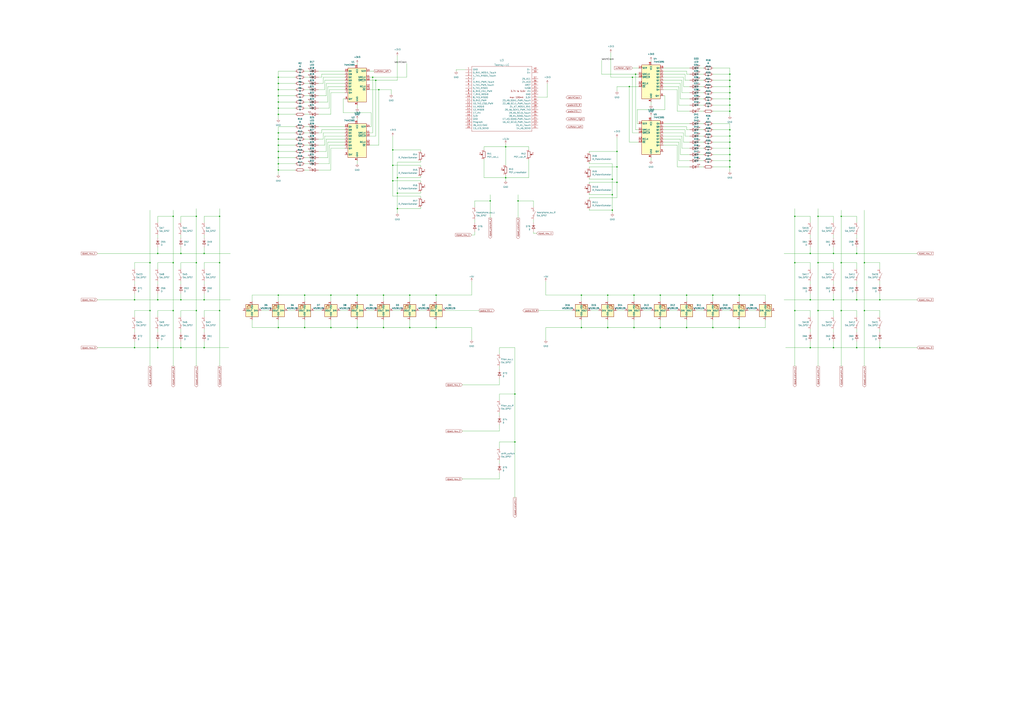
<source format=kicad_sch>
(kicad_sch (version 20230121) (generator eeschema)
  (paper "A1")
  (junction (at 563.88 269.24))
  (junction (at 358.14 269.24))
  (junction (at 110.49 285.75))
  (junction (at 722.63 246.38))
  (junction (at 599.44 86.36))
  (junction (at 228.6 129.54))
  (junction (at 599.44 76.2))
  (junction (at 499.11 242.57))
  (junction (at 415.29 146.05))
  (junction (at 148.59 246.38))
  (junction (at 326.39 171.45))
  (junction (at 161.29 177.8))
  (junction (at 665.48 246.38))
  (junction (at 499.11 269.24))
  (junction (at 703.58 208.28))
  (junction (at 703.58 285.75))
  (junction (at 599.44 81.28))
  (junction (at 322.58 123.19))
  (junction (at 142.24 177.8))
  (junction (at 228.6 109.22))
  (junction (at 477.52 269.24))
  (junction (at 599.44 71.12))
  (junction (at 129.54 285.75))
  (junction (at 306.07 63.5))
  (junction (at 271.78 242.57))
  (junction (at 167.64 246.38))
  (junction (at 228.6 139.7))
  (junction (at 599.44 137.16))
  (junction (at 684.53 246.38))
  (junction (at 250.19 269.24))
  (junction (at 167.64 285.75))
  (junction (at 336.55 269.24))
  (junction (at 228.6 68.58))
  (junction (at 506.73 137.16))
  (junction (at 161.29 255.27))
  (junction (at 477.52 242.57))
  (junction (at 123.19 215.9))
  (junction (at 228.6 63.5))
  (junction (at 123.19 255.27))
  (junction (at 599.44 106.68))
  (junction (at 336.55 242.57))
  (junction (at 314.96 242.57))
  (junction (at 709.93 215.9))
  (junction (at 599.44 60.96))
  (junction (at 585.47 242.57))
  (junction (at 671.83 215.9))
  (junction (at 671.83 177.8))
  (junction (at 161.29 215.9))
  (junction (at 542.29 242.57))
  (junction (at 521.97 60.96))
  (junction (at 228.6 269.24))
  (junction (at 250.19 242.57))
  (junction (at 599.44 91.44))
  (junction (at 665.48 208.28))
  (junction (at 326.39 158.75))
  (junction (at 228.6 242.57))
  (junction (at 322.58 135.89))
  (junction (at 142.24 255.27))
  (junction (at 314.96 269.24))
  (junction (at 228.6 83.82))
  (junction (at 684.53 285.75))
  (junction (at 322.58 148.59))
  (junction (at 228.6 73.66))
  (junction (at 690.88 255.27))
  (junction (at 690.88 177.8))
  (junction (at 415.29 120.65))
  (junction (at 542.29 269.24))
  (junction (at 585.47 269.24))
  (junction (at 709.93 255.27))
  (junction (at 271.78 269.24))
  (junction (at 607.06 269.24))
  (junction (at 228.6 78.74))
  (junction (at 129.54 208.28))
  (junction (at 180.34 255.27))
  (junction (at 110.49 246.38))
  (junction (at 293.37 242.57))
  (junction (at 516.89 71.12))
  (junction (at 599.44 121.92))
  (junction (at 326.39 146.05))
  (junction (at 228.6 114.3))
  (junction (at 599.44 127))
  (junction (at 671.83 255.27))
  (junction (at 520.7 242.57))
  (junction (at 228.6 134.62))
  (junction (at 422.91 363.22))
  (junction (at 722.63 285.75))
  (junction (at 599.44 116.84))
  (junction (at 506.73 149.86))
  (junction (at 652.78 177.8))
  (junction (at 422.91 323.85))
  (junction (at 425.45 165.1))
  (junction (at 703.58 246.38))
  (junction (at 502.92 160.02))
  (junction (at 519.43 63.5))
  (junction (at 293.37 269.24))
  (junction (at 142.24 215.9))
  (junction (at 180.34 177.8))
  (junction (at 506.73 124.46))
  (junction (at 402.59 165.1))
  (junction (at 520.7 269.24))
  (junction (at 311.15 73.66))
  (junction (at 607.06 242.57))
  (junction (at 228.6 119.38))
  (junction (at 148.59 285.75))
  (junction (at 690.88 215.9))
  (junction (at 308.61 66.04))
  (junction (at 129.54 246.38))
  (junction (at 684.53 208.28))
  (junction (at 358.14 242.57))
  (junction (at 652.78 255.27))
  (junction (at 563.88 242.57))
  (junction (at 502.92 147.32))
  (junction (at 228.6 88.9))
  (junction (at 167.64 208.28))
  (junction (at 652.78 215.9))
  (junction (at 665.48 285.75))
  (junction (at 599.44 111.76))
  (junction (at 180.34 215.9))
  (junction (at 599.44 132.08))
  (junction (at 228.6 124.46))
  (junction (at 502.92 172.72))
  (junction (at 599.44 66.04))
  (junction (at 148.59 208.28))
  (junction (at 228.6 93.98))
  (wire (pts (xy 652.78 177.8) (xy 652.78 215.9)))
  (wire (pts (xy 561.34 116.84) (xy 566.42 116.84)))
  (wire (pts (xy 254 63.5) (xy 250.19 63.5)))
  (wire (pts (xy 336.55 242.57) (xy 336.55 247.65)))
  (wire (pts (xy 293.37 242.57) (xy 314.96 242.57)))
  (wire (pts (xy 534.67 83.82) (xy 534.67 86.36)))
  (wire (pts (xy 267.97 124.46) (xy 261.62 124.46)))
  (wire (pts (xy 599.44 66.04) (xy 599.44 71.12)))
  (wire (pts (xy 544.83 101.6) (xy 566.42 101.6)))
  (wire (pts (xy 304.8 92.71) (xy 304.8 104.14)))
  (wire (pts (xy 563.88 269.24) (xy 542.29 269.24)))
  (wire (pts (xy 585.47 86.36) (xy 599.44 86.36)))
  (wire (pts (xy 542.29 247.65) (xy 542.29 242.57)))
  (wire (pts (xy 684.53 231.14) (xy 684.53 233.68)))
  (wire (pts (xy 264.16 60.96) (xy 264.16 63.5)))
  (wire (pts (xy 560.07 66.04) (xy 560.07 76.2)))
  (wire (pts (xy 123.19 215.9) (xy 123.19 255.27)))
  (wire (pts (xy 469.9 255.27) (xy 441.96 255.27)))
  (wire (pts (xy 148.59 231.14) (xy 148.59 233.68)))
  (wire (pts (xy 345.44 162.56) (xy 345.44 161.29)))
  (wire (pts (xy 228.6 124.46) (xy 228.6 129.54)))
  (wire (pts (xy 389.89 190.5) (xy 389.89 193.04)))
  (wire (pts (xy 665.48 220.98) (xy 665.48 215.9)))
  (wire (pts (xy 415.29 146.05) (xy 415.29 148.59)))
  (wire (pts (xy 270.51 88.9) (xy 261.62 88.9)))
  (wire (pts (xy 270.51 73.66) (xy 270.51 88.9)))
  (wire (pts (xy 228.6 68.58) (xy 228.6 73.66)))
  (wire (pts (xy 283.21 119.38) (xy 270.51 119.38)))
  (wire (pts (xy 690.88 172.72) (xy 690.88 177.8)))
  (wire (pts (xy 129.54 280.67) (xy 129.54 285.75)))
  (wire (pts (xy 560.07 111.76) (xy 560.07 121.92)))
  (wire (pts (xy 542.29 269.24) (xy 520.7 269.24)))
  (wire (pts (xy 271.78 262.89) (xy 271.78 269.24)))
  (wire (pts (xy 599.44 137.16) (xy 599.44 140.97)))
  (wire (pts (xy 516.89 71.12) (xy 524.51 71.12)))
  (wire (pts (xy 129.54 208.28) (xy 148.59 208.28)))
  (wire (pts (xy 326.39 146.05) (xy 326.39 158.75)))
  (wire (pts (xy 281.94 81.28) (xy 281.94 92.71)))
  (wire (pts (xy 585.47 262.89) (xy 585.47 269.24)))
  (wire (pts (xy 123.19 255.27) (xy 123.19 300.99)))
  (wire (pts (xy 326.39 158.75) (xy 345.44 158.75)))
  (wire (pts (xy 524.51 116.84) (xy 516.89 116.84)))
  (wire (pts (xy 161.29 177.8) (xy 161.29 215.9)))
  (wire (pts (xy 167.64 246.38) (xy 189.23 246.38)))
  (wire (pts (xy 207.01 242.57) (xy 228.6 242.57)))
  (wire (pts (xy 585.47 111.76) (xy 599.44 111.76)))
  (wire (pts (xy 242.57 134.62) (xy 228.6 134.62)))
  (wire (pts (xy 415.29 120.65) (xy 415.29 118.11)))
  (wire (pts (xy 563.88 242.57) (xy 542.29 242.57)))
  (wire (pts (xy 167.64 215.9) (xy 180.34 215.9)))
  (wire (pts (xy 142.24 177.8) (xy 142.24 215.9)))
  (wire (pts (xy 562.61 111.76) (xy 566.42 111.76)))
  (wire (pts (xy 671.83 171.45) (xy 671.83 177.8)))
  (wire (pts (xy 293.37 132.08) (xy 293.37 134.62)))
  (wire (pts (xy 345.44 149.86) (xy 345.44 148.59)))
  (wire (pts (xy 477.52 262.89) (xy 477.52 269.24)))
  (wire (pts (xy 684.53 260.35) (xy 684.53 255.27)))
  (wire (pts (xy 242.57 63.5) (xy 228.6 63.5)))
  (wire (pts (xy 228.6 269.24) (xy 250.19 269.24)))
  (wire (pts (xy 269.24 116.84) (xy 269.24 129.54)))
  (wire (pts (xy 684.53 208.28) (xy 665.48 208.28)))
  (wire (pts (xy 293.37 247.65) (xy 293.37 242.57)))
  (wire (pts (xy 228.6 139.7) (xy 228.6 143.51)))
  (wire (pts (xy 684.53 241.3) (xy 684.53 246.38)))
  (wire (pts (xy 448.31 269.24) (xy 448.31 279.4)))
  (wire (pts (xy 345.44 170.18) (xy 345.44 171.45)))
  (wire (pts (xy 501.65 63.5) (xy 519.43 63.5)))
  (wire (pts (xy 254 124.46) (xy 250.19 124.46)))
  (wire (pts (xy 228.6 88.9) (xy 228.6 93.98)))
  (wire (pts (xy 520.7 262.89) (xy 520.7 269.24)))
  (wire (pts (xy 574.04 60.96) (xy 577.85 60.96)))
  (wire (pts (xy 250.19 262.89) (xy 250.19 269.24)))
  (wire (pts (xy 722.63 280.67) (xy 722.63 285.75)))
  (wire (pts (xy 306.07 63.5) (xy 303.53 63.5)))
  (wire (pts (xy 709.93 255.27) (xy 709.93 300.99)))
  (wire (pts (xy 242.57 124.46) (xy 228.6 124.46)))
  (wire (pts (xy 519.43 109.22) (xy 519.43 63.5)))
  (wire (pts (xy 129.54 260.35) (xy 129.54 255.27)))
  (wire (pts (xy 558.8 81.28) (xy 566.42 81.28)))
  (wire (pts (xy 483.87 163.83) (xy 483.87 162.56)))
  (wire (pts (xy 599.44 106.68) (xy 599.44 111.76)))
  (wire (pts (xy 519.43 63.5) (xy 524.51 63.5)))
  (wire (pts (xy 254 68.58) (xy 250.19 68.58)))
  (wire (pts (xy 281.94 92.71) (xy 304.8 92.71)))
  (wire (pts (xy 703.58 260.35) (xy 703.58 255.27)))
  (wire (pts (xy 129.54 270.51) (xy 129.54 273.05)))
  (wire (pts (xy 308.61 66.04) (xy 303.53 66.04)))
  (wire (pts (xy 148.59 215.9) (xy 161.29 215.9)))
  (wire (pts (xy 242.57 58.42) (xy 228.6 58.42)))
  (wire (pts (xy 250.19 242.57) (xy 250.19 247.65)))
  (wire (pts (xy 326.39 45.72) (xy 326.39 66.04)))
  (wire (pts (xy 607.06 242.57) (xy 607.06 247.65)))
  (wire (pts (xy 684.53 270.51) (xy 684.53 273.05)))
  (wire (pts (xy 561.34 63.5) (xy 561.34 71.12)))
  (wire (pts (xy 665.48 193.04) (xy 665.48 195.58)))
  (wire (pts (xy 387.35 193.04) (xy 389.89 193.04)))
  (wire (pts (xy 410.21 349.25) (xy 410.21 354.33)))
  (wire (pts (xy 722.63 220.98) (xy 722.63 215.9)))
  (wire (pts (xy 422.91 285.75) (xy 422.91 323.85)))
  (wire (pts (xy 207.01 269.24) (xy 228.6 269.24)))
  (wire (pts (xy 703.58 208.28) (xy 753.11 208.28)))
  (wire (pts (xy 501.65 43.18) (xy 501.65 63.5)))
  (wire (pts (xy 585.47 242.57) (xy 585.47 247.65)))
  (wire (pts (xy 379.73 316.23) (xy 410.21 316.23)))
  (wire (pts (xy 345.44 132.08) (xy 345.44 133.35)))
  (wire (pts (xy 703.58 241.3) (xy 703.58 246.38)))
  (wire (pts (xy 242.57 78.74) (xy 228.6 78.74)))
  (wire (pts (xy 556.26 73.66) (xy 556.26 91.44)))
  (wire (pts (xy 228.6 83.82) (xy 228.6 88.9)))
  (wire (pts (xy 279.4 255.27) (xy 285.75 255.27)))
  (wire (pts (xy 665.48 246.38) (xy 643.89 246.38)))
  (wire (pts (xy 326.39 171.45) (xy 326.39 175.26)))
  (wire (pts (xy 422.91 323.85) (xy 422.91 363.22)))
  (wire (pts (xy 544.83 60.96) (xy 562.61 60.96)))
  (wire (pts (xy 665.48 280.67) (xy 665.48 285.75)))
  (wire (pts (xy 129.54 182.88) (xy 129.54 177.8)))
  (wire (pts (xy 271.78 269.24) (xy 293.37 269.24)))
  (wire (pts (xy 148.59 246.38) (xy 167.64 246.38)))
  (wire (pts (xy 684.53 246.38) (xy 665.48 246.38)))
  (wire (pts (xy 558.8 68.58) (xy 558.8 81.28)))
  (wire (pts (xy 322.58 148.59) (xy 345.44 148.59)))
  (wire (pts (xy 142.24 215.9) (xy 142.24 255.27)))
  (wire (pts (xy 506.73 149.86) (xy 483.87 149.86)))
  (wire (pts (xy 665.48 182.88) (xy 665.48 177.8)))
  (wire (pts (xy 281.94 81.28) (xy 283.21 81.28)))
  (wire (pts (xy 257.81 255.27) (xy 264.16 255.27)))
  (wire (pts (xy 322.58 135.89) (xy 322.58 148.59)))
  (wire (pts (xy 544.83 116.84) (xy 557.53 116.84)))
  (wire (pts (xy 449.58 80.01) (xy 449.58 68.58)))
  (wire (pts (xy 544.83 58.42) (xy 563.88 58.42)))
  (wire (pts (xy 563.88 242.57) (xy 563.88 247.65)))
  (wire (pts (xy 264.16 106.68) (xy 264.16 109.22)))
  (wire (pts (xy 574.04 91.44) (xy 577.85 91.44)))
  (wire (pts (xy 410.21 300.99) (xy 410.21 303.53)))
  (wire (pts (xy 379.73 393.7) (xy 410.21 393.7)))
  (wire (pts (xy 110.49 215.9) (xy 123.19 215.9)))
  (wire (pts (xy 557.53 116.84) (xy 557.53 132.08)))
  (wire (pts (xy 585.47 66.04) (xy 599.44 66.04)))
  (wire (pts (xy 703.58 285.75) (xy 684.53 285.75)))
  (wire (pts (xy 574.04 76.2) (xy 577.85 76.2)))
  (wire (pts (xy 254 104.14) (xy 250.19 104.14)))
  (wire (pts (xy 345.44 157.48) (xy 345.44 158.75)))
  (wire (pts (xy 148.59 182.88) (xy 148.59 177.8)))
  (wire (pts (xy 556.26 255.27) (xy 549.91 255.27)))
  (wire (pts (xy 628.65 262.89) (xy 628.65 269.24)))
  (wire (pts (xy 422.91 363.22) (xy 422.91 408.94)))
  (wire (pts (xy 254 83.82) (xy 250.19 83.82)))
  (wire (pts (xy 110.49 220.98) (xy 110.49 215.9)))
  (wire (pts (xy 690.88 255.27) (xy 690.88 300.99)))
  (wire (pts (xy 684.53 182.88) (xy 684.53 177.8)))
  (wire (pts (xy 599.44 91.44) (xy 599.44 95.25)))
  (wire (pts (xy 269.24 83.82) (xy 261.62 83.82)))
  (wire (pts (xy 167.64 270.51) (xy 167.64 273.05)))
  (wire (pts (xy 344.17 255.27) (xy 350.52 255.27)))
  (wire (pts (xy 110.49 280.67) (xy 110.49 285.75)))
  (wire (pts (xy 558.8 114.3) (xy 558.8 127)))
  (wire (pts (xy 585.47 242.57) (xy 563.88 242.57)))
  (wire (pts (xy 561.34 71.12) (xy 566.42 71.12)))
  (wire (pts (xy 709.93 172.72) (xy 709.93 215.9)))
  (wire (pts (xy 703.58 208.28) (xy 684.53 208.28)))
  (wire (pts (xy 506.73 149.86) (xy 506.73 162.56)))
  (wire (pts (xy 684.53 193.04) (xy 684.53 195.58)))
  (wire (pts (xy 562.61 60.96) (xy 562.61 66.04)))
  (wire (pts (xy 148.59 193.04) (xy 148.59 195.58)))
  (wire (pts (xy 314.96 262.89) (xy 314.96 269.24)))
  (wire (pts (xy 228.6 242.57) (xy 228.6 247.65)))
  (wire (pts (xy 542.29 262.89) (xy 542.29 269.24)))
  (wire (pts (xy 684.53 215.9) (xy 671.83 215.9)))
  (wire (pts (xy 585.47 101.6) (xy 599.44 101.6)))
  (wire (pts (xy 574.04 137.16) (xy 577.85 137.16)))
  (wire (pts (xy 434.34 146.05) (xy 415.29 146.05)))
  (wire (pts (xy 110.49 260.35) (xy 110.49 255.27)))
  (wire (pts (xy 314.96 242.57) (xy 336.55 242.57)))
  (wire (pts (xy 242.57 83.82) (xy 228.6 83.82)))
  (wire (pts (xy 228.6 114.3) (xy 228.6 119.38)))
  (wire (pts (xy 110.49 270.51) (xy 110.49 273.05)))
  (wire (pts (xy 410.21 311.15) (xy 410.21 316.23)))
  (wire (pts (xy 599.44 111.76) (xy 599.44 116.84)))
  (wire (pts (xy 358.14 269.24) (xy 387.35 269.24)))
  (wire (pts (xy 123.19 172.72) (xy 123.19 215.9)))
  (wire (pts (xy 425.45 160.02) (xy 425.45 165.1)))
  (wire (pts (xy 722.63 270.51) (xy 722.63 273.05)))
  (wire (pts (xy 562.61 66.04) (xy 566.42 66.04)))
  (wire (pts (xy 228.6 104.14) (xy 228.6 109.22)))
  (wire (pts (xy 271.78 121.92) (xy 271.78 139.7)))
  (wire (pts (xy 303.53 119.38) (xy 311.15 119.38)))
  (wire (pts (xy 557.53 71.12) (xy 557.53 86.36)))
  (wire (pts (xy 180.34 215.9) (xy 180.34 255.27)))
  (wire (pts (xy 228.6 58.42) (xy 228.6 63.5)))
  (wire (pts (xy 502.92 134.62) (xy 483.87 134.62)))
  (wire (pts (xy 129.54 246.38) (xy 148.59 246.38)))
  (wire (pts (xy 665.48 231.14) (xy 665.48 233.68)))
  (wire (pts (xy 665.48 260.35) (xy 665.48 255.27)))
  (wire (pts (xy 556.26 91.44) (xy 566.42 91.44)))
  (wire (pts (xy 269.24 129.54) (xy 261.62 129.54)))
  (wire (pts (xy 228.6 73.66) (xy 228.6 78.74)))
  (wire (pts (xy 599.44 121.92) (xy 599.44 127)))
  (wire (pts (xy 129.54 215.9) (xy 142.24 215.9)))
  (wire (pts (xy 585.47 91.44) (xy 599.44 91.44)))
  (wire (pts (xy 574.04 111.76) (xy 577.85 111.76)))
  (wire (pts (xy 599.44 60.96) (xy 599.44 66.04)))
  (wire (pts (xy 516.89 116.84) (xy 516.89 71.12)))
  (wire (pts (xy 80.01 208.28) (xy 129.54 208.28)))
  (wire (pts (xy 283.21 109.22) (xy 265.43 109.22)))
  (wire (pts (xy 167.64 203.2) (xy 167.64 208.28)))
  (wire (pts (xy 148.59 203.2) (xy 148.59 208.28)))
  (wire (pts (xy 599.44 255.27) (xy 593.09 255.27)))
  (wire (pts (xy 228.6 129.54) (xy 228.6 134.62)))
  (wire (pts (xy 621.03 255.27) (xy 614.68 255.27)))
  (wire (pts (xy 379.73 354.33) (xy 410.21 354.33)))
  (wire (pts (xy 242.57 109.22) (xy 228.6 109.22)))
  (wire (pts (xy 303.53 109.22) (xy 306.07 109.22)))
  (wire (pts (xy 397.51 130.81) (xy 397.51 146.05)))
  (wire (pts (xy 129.54 177.8) (xy 142.24 177.8)))
  (wire (pts (xy 440.69 191.77) (xy 438.15 191.77)))
  (wire (pts (xy 266.7 66.04) (xy 266.7 73.66)))
  (wire (pts (xy 242.57 119.38) (xy 228.6 119.38)))
  (wire (pts (xy 506.73 71.12) (xy 506.73 74.93)))
  (wire (pts (xy 402.59 165.1) (xy 402.59 179.07)))
  (wire (pts (xy 438.15 180.34) (xy 438.15 182.88)))
  (wire (pts (xy 502.92 160.02) (xy 483.87 160.02)))
  (wire (pts (xy 521.97 106.68) (xy 521.97 60.96)))
  (wire (pts (xy 560.07 121.92) (xy 566.42 121.92)))
  (wire (pts (xy 129.54 231.14) (xy 129.54 233.68)))
  (wire (pts (xy 167.64 285.75) (xy 187.96 285.75)))
  (wire (pts (xy 264.16 63.5) (xy 261.62 63.5)))
  (wire (pts (xy 544.83 119.38) (xy 556.26 119.38)))
  (wire (pts (xy 334.01 63.5) (xy 306.07 63.5)))
  (wire (pts (xy 242.57 68.58) (xy 228.6 68.58)))
  (wire (pts (xy 283.21 114.3) (xy 267.97 114.3)))
  (wire (pts (xy 326.39 133.35) (xy 345.44 133.35)))
  (wire (pts (xy 110.49 285.75) (xy 129.54 285.75)))
  (wire (pts (xy 266.7 111.76) (xy 266.7 119.38)))
  (wire (pts (xy 264.16 109.22) (xy 261.62 109.22)))
  (wire (pts (xy 161.29 171.45) (xy 161.29 177.8)))
  (wire (pts (xy 148.59 255.27) (xy 161.29 255.27)))
  (wire (pts (xy 267.97 68.58) (xy 267.97 78.74)))
  (wire (pts (xy 415.29 120.65) (xy 415.29 135.89)))
  (wire (pts (xy 599.44 132.08) (xy 599.44 137.16)))
  (wire (pts (xy 585.47 137.16) (xy 599.44 137.16)))
  (wire (pts (xy 425.45 165.1) (xy 425.45 179.07)))
  (wire (pts (xy 254 139.7) (xy 250.19 139.7)))
  (wire (pts (xy 502.92 134.62) (xy 502.92 147.32)))
  (wire (pts (xy 148.59 177.8) (xy 161.29 177.8)))
  (wire (pts (xy 599.44 116.84) (xy 599.44 121.92)))
  (wire (pts (xy 283.21 58.42) (xy 261.62 58.42)))
  (wire (pts (xy 585.47 106.68) (xy 599.44 106.68)))
  (wire (pts (xy 254 134.62) (xy 250.19 134.62)))
  (wire (pts (xy 293.37 86.36) (xy 293.37 88.9)))
  (wire (pts (xy 585.47 132.08) (xy 599.44 132.08)))
  (wire (pts (xy 703.58 231.14) (xy 703.58 233.68)))
  (wire (pts (xy 502.92 147.32) (xy 502.92 160.02)))
  (wire (pts (xy 599.44 101.6) (xy 599.44 106.68)))
  (wire (pts (xy 254 114.3) (xy 250.19 114.3)))
  (wire (pts (xy 703.58 246.38) (xy 684.53 246.38)))
  (wire (pts (xy 336.55 262.89) (xy 336.55 269.24)))
  (wire (pts (xy 80.01 285.75) (xy 110.49 285.75)))
  (wire (pts (xy 544.83 66.04) (xy 560.07 66.04)))
  (wire (pts (xy 321.31 73.66) (xy 321.31 77.47)))
  (wire (pts (xy 228.6 78.74) (xy 228.6 83.82)))
  (wire (pts (xy 345.44 124.46) (xy 345.44 123.19)))
  (wire (pts (xy 703.58 215.9) (xy 690.88 215.9)))
  (wire (pts (xy 242.57 139.7) (xy 228.6 139.7)))
  (wire (pts (xy 703.58 193.04) (xy 703.58 195.58)))
  (wire (pts (xy 228.6 93.98) (xy 228.6 97.79)))
  (wire (pts (xy 690.88 215.9) (xy 690.88 255.27)))
  (wire (pts (xy 491.49 255.27) (xy 485.14 255.27)))
  (wire (pts (xy 628.65 269.24) (xy 607.06 269.24)))
  (wire (pts (xy 271.78 242.57) (xy 293.37 242.57)))
  (wire (pts (xy 494.03 60.96) (xy 521.97 60.96)))
  (wire (pts (xy 265.43 63.5) (xy 265.43 68.58)))
  (wire (pts (xy 300.99 255.27) (xy 307.34 255.27)))
  (wire (pts (xy 544.83 68.58) (xy 558.8 68.58)))
  (wire (pts (xy 358.14 242.57) (xy 387.35 242.57)))
  (wire (pts (xy 80.01 246.38) (xy 110.49 246.38)))
  (wire (pts (xy 665.48 203.2) (xy 665.48 208.28)))
  (wire (pts (xy 283.21 104.14) (xy 261.62 104.14)))
  (wire (pts (xy 326.39 158.75) (xy 326.39 171.45)))
  (wire (pts (xy 326.39 133.35) (xy 326.39 146.05)))
  (wire (pts (xy 544.83 104.14) (xy 563.88 104.14)))
  (wire (pts (xy 574.04 101.6) (xy 577.85 101.6)))
  (wire (pts (xy 523.24 90.17) (xy 523.24 101.6)))
  (wire (pts (xy 397.51 120.65) (xy 415.29 120.65)))
  (wire (pts (xy 483.87 158.75) (xy 483.87 160.02)))
  (wire (pts (xy 254 58.42) (xy 250.19 58.42)))
  (wire (pts (xy 506.73 162.56) (xy 483.87 162.56)))
  (wire (pts (xy 415.29 143.51) (xy 415.29 146.05)))
  (wire (pts (xy 250.19 269.24) (xy 271.78 269.24)))
  (wire (pts (xy 557.53 86.36) (xy 566.42 86.36)))
  (wire (pts (xy 722.63 215.9) (xy 709.93 215.9)))
  (wire (pts (xy 544.83 109.22) (xy 561.34 109.22)))
  (wire (pts (xy 599.44 81.28) (xy 599.44 86.36)))
  (wire (pts (xy 322.58 111.76) (xy 322.58 123.19)))
  (wire (pts (xy 753.11 285.75) (xy 722.63 285.75)))
  (wire (pts (xy 242.57 73.66) (xy 228.6 73.66)))
  (wire (pts (xy 607.06 242.57) (xy 585.47 242.57)))
  (wire (pts (xy 345.44 137.16) (xy 345.44 135.89)))
  (wire (pts (xy 684.53 177.8) (xy 671.83 177.8)))
  (wire (pts (xy 254 109.22) (xy 250.19 109.22)))
  (wire (pts (xy 544.83 63.5) (xy 561.34 63.5)))
  (wire (pts (xy 336.55 242.57) (xy 358.14 242.57)))
  (wire (pts (xy 306.07 109.22) (xy 306.07 63.5)))
  (wire (pts (xy 283.21 66.04) (xy 266.7 66.04)))
  (wire (pts (xy 242.57 114.3) (xy 228.6 114.3)))
  (wire (pts (xy 684.53 280.67) (xy 684.53 285.75)))
  (wire (pts (xy 271.78 93.98) (xy 261.62 93.98)))
  (wire (pts (xy 585.47 71.12) (xy 599.44 71.12)))
  (wire (pts (xy 560.07 76.2) (xy 566.42 76.2)))
  (wire (pts (xy 652.78 255.27) (xy 652.78 300.99)))
  (wire (pts (xy 129.54 241.3) (xy 129.54 246.38)))
  (wire (pts (xy 387.35 269.24) (xy 387.35 279.4)))
  (wire (pts (xy 283.21 111.76) (xy 266.7 111.76)))
  (wire (pts (xy 148.59 208.28) (xy 167.64 208.28)))
  (wire (pts (xy 585.47 116.84) (xy 599.44 116.84)))
  (wire (pts (xy 254 88.9) (xy 250.19 88.9)))
  (wire (pts (xy 544.83 106.68) (xy 562.61 106.68)))
  (wire (pts (xy 283.21 121.92) (xy 271.78 121.92)))
  (wire (pts (xy 254 78.74) (xy 250.19 78.74)))
  (wire (pts (xy 283.21 71.12) (xy 269.24 71.12)))
  (wire (pts (xy 690.88 177.8) (xy 690.88 215.9)))
  (wire (pts (xy 236.22 255.27) (xy 242.57 255.27)))
  (wire (pts (xy 483.87 151.13) (xy 483.87 149.86)))
  (wire (pts (xy 397.51 146.05) (xy 415.29 146.05)))
  (wire (pts (xy 167.64 177.8) (xy 180.34 177.8)))
  (wire (pts (xy 722.63 231.14) (xy 722.63 233.68)))
  (wire (pts (xy 562.61 106.68) (xy 562.61 111.76)))
  (wire (pts (xy 483.87 125.73) (xy 483.87 124.46)))
  (wire (pts (xy 502.92 147.32) (xy 483.87 147.32)))
  (wire (pts (xy 161.29 215.9) (xy 161.29 255.27)))
  (wire (pts (xy 254 119.38) (xy 250.19 119.38)))
  (wire (pts (xy 283.21 63.5) (xy 265.43 63.5)))
  (wire (pts (xy 665.48 285.75) (xy 645.16 285.75)))
  (wire (pts (xy 410.21 290.83) (xy 410.21 285.75)))
  (wire (pts (xy 283.21 73.66) (xy 270.51 73.66)))
  (wire (pts (xy 499.11 242.57) (xy 499.11 247.65)))
  (wire (pts (xy 544.83 111.76) (xy 560.07 111.76)))
  (wire (pts (xy 326.39 66.04) (xy 308.61 66.04)))
  (wire (pts (xy 506.73 124.46) (xy 506.73 137.16)))
  (wire (pts (xy 336.55 269.24) (xy 358.14 269.24)))
  (wire (pts (xy 652.78 171.45) (xy 652.78 177.8)))
  (wire (pts (xy 180.34 255.27) (xy 180.34 300.99)))
  (wire (pts (xy 665.48 241.3) (xy 665.48 246.38)))
  (wire (pts (xy 270.51 134.62) (xy 261.62 134.62)))
  (wire (pts (xy 494.03 49.53) (xy 494.03 60.96)))
  (wire (pts (xy 270.51 119.38) (xy 270.51 134.62)))
  (wire (pts (xy 577.85 255.27) (xy 571.5 255.27)))
  (wire (pts (xy 207.01 262.89) (xy 207.01 269.24)))
  (wire (pts (xy 574.04 86.36) (xy 577.85 86.36)))
  (wire (pts (xy 250.19 242.57) (xy 271.78 242.57)))
  (wire (pts (xy 671.83 255.27) (xy 671.83 300.99)))
  (wire (pts (xy 556.26 119.38) (xy 556.26 137.16)))
  (wire (pts (xy 167.64 182.88) (xy 167.64 177.8)))
  (wire (pts (xy 585.47 60.96) (xy 599.44 60.96)))
  (wire (pts (xy 265.43 68.58) (xy 261.62 68.58)))
  (wire (pts (xy 722.63 260.35) (xy 722.63 255.27)))
  (wire (pts (xy 242.57 129.54) (xy 228.6 129.54)))
  (wire (pts (xy 271.78 139.7) (xy 261.62 139.7)))
  (wire (pts (xy 477.52 269.24) (xy 448.31 269.24)))
  (wire (pts (xy 502.92 172.72) (xy 502.92 175.26)))
  (wire (pts (xy 652.78 215.9) (xy 652.78 255.27)))
  (wire (pts (xy 167.64 260.35) (xy 167.64 255.27)))
  (wire (pts (xy 254 129.54) (xy 250.19 129.54)))
  (wire (pts (xy 599.44 127) (xy 599.44 132.08)))
  (wire (pts (xy 283.21 106.68) (xy 264.16 106.68)))
  (wire (pts (xy 129.54 255.27) (xy 142.24 255.27)))
  (wire (pts (xy 628.65 242.57) (xy 607.06 242.57)))
  (wire (pts (xy 283.21 76.2) (xy 271.78 76.2)))
  (wire (pts (xy 410.21 378.46) (xy 410.21 381)))
  (wire (pts (xy 585.47 81.28) (xy 599.44 81.28)))
  (wire (pts (xy 311.15 119.38) (xy 311.15 73.66)))
  (wire (pts (xy 322.58 123.19) (xy 345.44 123.19)))
  (wire (pts (xy 110.49 241.3) (xy 110.49 246.38)))
  (wire (pts (xy 499.11 262.89) (xy 499.11 269.24)))
  (wire (pts (xy 271.78 76.2) (xy 271.78 93.98)))
  (wire (pts (xy 228.6 134.62) (xy 228.6 139.7)))
  (wire (pts (xy 483.87 171.45) (xy 483.87 172.72)))
  (wire (pts (xy 129.54 193.04) (xy 129.54 195.58)))
  (wire (pts (xy 129.54 220.98) (xy 129.54 215.9)))
  (wire (pts (xy 703.58 177.8) (xy 690.88 177.8)))
  (wire (pts (xy 303.53 58.42) (xy 307.34 58.42)))
  (wire (pts (xy 110.49 246.38) (xy 129.54 246.38)))
  (wire (pts (xy 358.14 242.57) (xy 358.14 247.65)))
  (wire (pts (xy 703.58 280.67) (xy 703.58 285.75)))
  (wire (pts (xy 293.37 97.79) (xy 293.37 99.06)))
  (wire (pts (xy 703.58 255.27) (xy 690.88 255.27)))
  (wire (pts (xy 389.89 170.18) (xy 389.89 165.1)))
  (wire (pts (xy 546.1 78.74) (xy 544.83 78.74)))
  (wire (pts (xy 410.21 323.85) (xy 422.91 323.85)))
  (wire (pts (xy 599.44 76.2) (xy 599.44 81.28)))
  (wire (pts (xy 574.04 132.08) (xy 577.85 132.08)))
  (wire (pts (xy 110.49 255.27) (xy 123.19 255.27)))
  (wire (pts (xy 542.29 242.57) (xy 520.7 242.57)))
  (wire (pts (xy 180.34 177.8) (xy 180.34 215.9)))
  (wire (pts (xy 438.15 165.1) (xy 425.45 165.1)))
  (wire (pts (xy 561.34 109.22) (xy 561.34 116.84)))
  (wire (pts (xy 502.92 160.02) (xy 502.92 172.72)))
  (wire (pts (xy 110.49 231.14) (xy 110.49 233.68)))
  (wire (pts (xy 506.73 124.46) (xy 483.87 124.46)))
  (wire (pts (xy 546.1 90.17) (xy 523.24 90.17)))
  (wire (pts (xy 161.29 255.27) (xy 161.29 300.99)))
  (wire (pts (xy 506.73 113.03) (xy 506.73 124.46)))
  (wire (pts (xy 524.51 109.22) (xy 519.43 109.22)))
  (wire (pts (xy 671.83 215.9) (xy 671.83 255.27)))
  (wire (pts (xy 585.47 55.88) (xy 599.44 55.88)))
  (wire (pts (xy 322.58 123.19) (xy 322.58 135.89)))
  (wire (pts (xy 703.58 182.88) (xy 703.58 177.8)))
  (wire (pts (xy 293.37 269.24) (xy 314.96 269.24)))
  (wire (pts (xy 374.65 57.15) (xy 374.65 58.42)))
  (wire (pts (xy 513.08 255.27) (xy 506.73 255.27)))
  (wire (pts (xy 267.97 114.3) (xy 267.97 124.46)))
  (wire (pts (xy 397.51 123.19) (xy 397.51 120.65)))
  (wire (pts (xy 228.6 109.22) (xy 228.6 114.3)))
  (wire (pts (xy 266.7 119.38) (xy 261.62 119.38)))
  (wire (pts (xy 665.48 208.28) (xy 643.89 208.28)))
  (wire (pts (xy 483.87 138.43) (xy 483.87 137.16)))
  (wire (pts (xy 228.6 262.89) (xy 228.6 269.24)))
  (wire (pts (xy 283.21 60.96) (xy 264.16 60.96)))
  (wire (pts (xy 304.8 104.14) (xy 303.53 104.14)))
  (wire (pts (xy 148.59 280.67) (xy 148.59 285.75)))
  (wire (pts (xy 167.64 241.3) (xy 167.64 246.38)))
  (wire (pts (xy 753.11 246.38) (xy 722.63 246.38)))
  (wire (pts (xy 574.04 121.92) (xy 577.85 121.92)))
  (wire (pts (xy 167.64 220.98) (xy 167.64 215.9)))
  (wire (pts (xy 271.78 242.57) (xy 271.78 247.65)))
  (wire (pts (xy 477.52 242.57) (xy 448.31 242.57)))
  (wire (pts (xy 314.96 242.57) (xy 314.96 247.65)))
  (wire (pts (xy 558.8 127) (xy 566.42 127)))
  (wire (pts (xy 267.97 78.74) (xy 261.62 78.74)))
  (wire (pts (xy 438.15 170.18) (xy 438.15 165.1)))
  (wire (pts (xy 265.43 109.22) (xy 265.43 114.3)))
  (wire (pts (xy 544.83 114.3) (xy 558.8 114.3)))
  (wire (pts (xy 523.24 101.6) (xy 524.51 101.6)))
  (wire (pts (xy 207.01 242.57) (xy 207.01 247.65)))
  (wire (pts (xy 322.58 161.29) (xy 345.44 161.29)))
  (wire (pts (xy 506.73 71.12) (xy 516.89 71.12)))
  (wire (pts (xy 265.43 114.3) (xy 261.62 114.3)))
  (wire (pts (xy 142.24 172.72) (xy 142.24 177.8)))
  (wire (pts (xy 563.88 262.89) (xy 563.88 269.24)))
  (wire (pts (xy 326.39 171.45) (xy 345.44 171.45)))
  (wire (pts (xy 628.65 242.57) (xy 628.65 247.65)))
  (wire (pts (xy 574.04 81.28) (xy 577.85 81.28)))
  (wire (pts (xy 544.83 71.12) (xy 557.53 71.12)))
  (wire (pts (xy 574.04 55.88) (xy 577.85 55.88)))
  (wire (pts (xy 574.04 66.04) (xy 577.85 66.04)))
  (wire (pts (xy 534.67 255.27) (xy 528.32 255.27)))
  (wire (pts (xy 269.24 71.12) (xy 269.24 83.82)))
  (wire (pts (xy 308.61 111.76) (xy 308.61 66.04)))
  (wire (pts (xy 283.21 116.84) (xy 269.24 116.84)))
  (wire (pts (xy 722.63 285.75) (xy 703.58 285.75)))
  (wire (pts (xy 410.21 363.22) (xy 422.91 363.22)))
  (wire (pts (xy 254 73.66) (xy 250.19 73.66)))
  (wire (pts (xy 599.44 71.12) (xy 599.44 76.2)))
  (wire (pts (xy 499.11 269.24) (xy 477.52 269.24)))
  (wire (pts (xy 322.58 135.89) (xy 345.44 135.89)))
  (wire (pts (xy 665.48 177.8) (xy 652.78 177.8)))
  (wire (pts (xy 410.21 368.3) (xy 410.21 363.22)))
  (wire (pts (xy 563.88 58.42) (xy 563.88 60.96)))
  (wire (pts (xy 148.59 241.3) (xy 148.59 246.38)))
  (wire (pts (xy 167.64 255.27) (xy 180.34 255.27)))
  (wire (pts (xy 599.44 55.88) (xy 599.44 60.96)))
  (wire (pts (xy 563.88 104.14) (xy 563.88 106.68)))
  (wire (pts (xy 703.58 220.98) (xy 703.58 215.9)))
  (wire (pts (xy 448.31 231.14) (xy 448.31 242.57)))
  (wire (pts (xy 254 93.98) (xy 250.19 93.98)))
  (wire (pts (xy 148.59 285.75) (xy 167.64 285.75)))
  (wire (pts (xy 180.34 171.45) (xy 180.34 177.8)))
  (wire (pts (xy 167.64 193.04) (xy 167.64 195.58)))
  (wire (pts (xy 242.57 104.14) (xy 228.6 104.14)))
  (wire (pts (xy 557.53 132.08) (xy 566.42 132.08)))
  (wire (pts (xy 546.1 78.74) (xy 546.1 90.17)))
  (wire (pts (xy 607.06 262.89) (xy 607.06 269.24)))
  (wire (pts (xy 365.76 255.27) (xy 393.7 255.27)))
  (wire (pts (xy 524.51 106.68) (xy 521.97 106.68)))
  (wire (pts (xy 519.43 55.88) (xy 524.51 55.88)))
  (wire (pts (xy 293.37 262.89) (xy 293.37 269.24)))
  (wire (pts (xy 703.58 270.51) (xy 703.58 273.05)))
  (wire (pts (xy 228.6 119.38) (xy 228.6 124.46)))
  (wire (pts (xy 665.48 215.9) (xy 652.78 215.9)))
  (wire (pts (xy 387.35 231.14) (xy 387.35 242.57)))
  (wire (pts (xy 684.53 255.27) (xy 671.83 255.27)))
  (wire (pts (xy 334.01 52.07) (xy 334.01 63.5)))
  (wire (pts (xy 266.7 73.66) (xy 261.62 73.66)))
  (wire (pts (xy 326.39 146.05) (xy 345.44 146.05)))
  (wire (pts (xy 382.27 57.15) (xy 374.65 57.15)))
  (wire (pts (xy 544.83 73.66) (xy 556.26 73.66)))
  (wire (pts (xy 703.58 203.2) (xy 703.58 208.28)))
  (wire (pts (xy 574.04 127) (xy 577.85 127)))
  (wire (pts (xy 148.59 260.35) (xy 148.59 255.27)))
  (wire (pts (xy 283.21 68.58) (xy 267.97 68.58)))
  (wire (pts (xy 389.89 180.34) (xy 389.89 182.88)))
  (wire (pts (xy 410.21 388.62) (xy 410.21 393.7)))
  (wire (pts (xy 665.48 255.27) (xy 652.78 255.27)))
  (wire (pts (xy 544.83 55.88) (xy 566.42 55.88)))
  (wire (pts (xy 148.59 220.98) (xy 148.59 215.9)))
  (wire (pts (xy 585.47 127) (xy 599.44 127)))
  (wire (pts (xy 520.7 269.24) (xy 499.11 269.24)))
  (wire (pts (xy 129.54 285.75) (xy 148.59 285.75)))
  (wire (pts (xy 534.67 129.54) (xy 534.67 132.08)))
  (wire (pts (xy 410.21 339.09) (xy 410.21 341.63)))
  (wire (pts (xy 293.37 52.07) (xy 293.37 53.34)))
  (wire (pts (xy 502.92 172.72) (xy 483.87 172.72)))
  (wire (pts (xy 167.64 208.28) (xy 189.23 208.28)))
  (wire (pts (xy 574.04 116.84) (xy 577.85 116.84)))
  (wire (pts (xy 585.47 76.2) (xy 599.44 76.2)))
  (wire (pts (xy 389.89 165.1) (xy 402.59 165.1)))
  (wire (pts (xy 438.15 190.5) (xy 438.15 191.77)))
  (wire (pts (xy 506.73 137.16) (xy 506.73 149.86)))
  (wire (pts (xy 410.21 328.93) (xy 410.21 323.85)))
  (wire (pts (xy 167.64 231.14) (xy 167.64 233.68)))
  (wire (pts (xy 585.47 121.92) (xy 599.44 121.92)))
  (wire (pts (xy 520.7 242.57) (xy 520.7 247.65)))
  (wire (pts (xy 322.58 255.27) (xy 328.93 255.27)))
  (wire (pts (xy 321.31 73.66) (xy 311.15 73.66)))
  (wire (pts (xy 303.53 111.76) (xy 308.61 111.76)))
  (wire (pts (xy 563.88 60.96) (xy 566.42 60.96)))
  (wire (pts (xy 214.63 255.27) (xy 220.98 255.27)))
  (wire (pts (xy 410.21 285.75) (xy 422.91 285.75)))
  (wire (pts (xy 483.87 133.35) (xy 483.87 134.62)))
  (wire (pts (xy 506.73 137.16) (xy 483.87 137.16)))
  (wire (pts (xy 345.44 144.78) (xy 345.44 146.05)))
  (wire (pts (xy 441.96 80.01) (xy 449.58 80.01)))
  (wire (pts (xy 499.11 242.57) (xy 477.52 242.57)))
  (wire (pts (xy 483.87 146.05) (xy 483.87 147.32)))
  (wire (pts (xy 142.24 255.27) (xy 142.24 300.99)))
  (wire (pts (xy 402.59 160.02) (xy 402.59 165.1)))
  (wire (pts (xy 534.67 95.25) (xy 534.67 96.52)))
  (wire (pts (xy 311.15 73.66) (xy 303.53 73.66)))
  (wire (pts (xy 434.34 130.81) (xy 434.34 146.05)))
  (wire (pts (xy 722.63 241.3) (xy 722.63 246.38)))
  (wire (pts (xy 228.6 63.5) (xy 228.6 68.58)))
  (wire (pts (xy 556.26 137.16) (xy 566.42 137.16)))
  (wire (pts (xy 574.04 71.12) (xy 577.85 71.12)))
  (wire (pts (xy 684.53 220.98) (xy 684.53 215.9)))
  (wire (pts (xy 242.57 93.98) (xy 228.6 93.98)))
  (wire (pts (xy 242.57 88.9) (xy 228.6 88.9)))
  (wire (pts (xy 684.53 203.2) (xy 684.53 208.28)))
  (wire (pts (xy 665.48 270.51) (xy 665.48 273.05)))
  (wire (pts (xy 434.34 123.19) (xy 434.34 120.65)))
  (wire (pts (xy 534.67 49.53) (xy 534.67 50.8)))
  (wire (pts (xy 167.64 280.67) (xy 167.64 285.75)))
  (wire (pts (xy 709.93 215.9) (xy 709.93 255.27)))
  (wire (pts (xy 722.63 246.38) (xy 703.58 246.38)))
  (wire (pts (xy 520.7 242.57) (xy 499.11 242.57)))
  (wire (pts (xy 148.59 270.51) (xy 148.59 273.05)))
  (wire (pts (xy 574.04 106.68) (xy 577.85 106.68)))
  (wire (pts (xy 477.52 242.57) (xy 477.52 247.65)))
  (wire (pts (xy 415.29 120.65) (xy 434.34 120.65)))
  (wire (pts (xy 129.54 203.2) (xy 129.54 208.28)))
  (wire (pts (xy 358.14 262.89) (xy 358.14 269.24)))
  (wire (pts (xy 228.6 242.57) (xy 250.19 242.57)))
  (wire (pts (xy 599.44 86.36) (xy 599.44 91.44)))
  (wire (pts (xy 684.53 285.75) (xy 665.48 285.75)))
  (wire (pts (xy 671.83 177.8) (xy 671.83 215.9)))
  (wire (pts (xy 322.58 148.59) (xy 322.58 161.29)))
  (wire (pts (xy 521.97 60.96) (xy 524.51 60.96)))
  (wire (pts (xy 585.47 269.24) (xy 563.88 269.24)))
  (wire (pts (xy 607.06 269.24) (xy 585.47 269.24)))
  (wire (pts (xy 722.63 255.27) (xy 709.93 255.27)))
  (wire (pts (xy 314.96 269.24) (xy 336.55 269.24)))
  (wire (pts (xy 563.88 106.68) (xy 566.42 106.68)))
  (label "latchClock" (at 494.03 49.53 0))
  (label "latchClock" (at 334.01 52.07 180))
  (global_label "dpad_row_1" (shape input) (at 379.73 316.23 180) (property "Intersheetrefs" "${INTERSHEET_REFS}" (effects hide)))
  (global_label "padsLED_R" (shape output) (at 441.96 255.27 180) (property "Intersheetrefs" "${INTERSHEET_REFS}" (effects hide)))
  (global_label "dpad_column_A" (shape output) (at 123.19 300.99 270) (property "Intersheetrefs" "${INTERSHEET_REFS}" (effects hide)))
  (global_label "vuMeter_right" (shape input) (at 464.82 97.79 0) (property "Intersheetrefs" "${INTERSHEET_REFS}" (effects hide)))
  (global_label "vuMeter_right" (shape input) (at 519.43 55.88 180) (property "Intersheetrefs" "${INTERSHEET_REFS}" (effects hide)))
  (global_label "dpad_row_1" (shape input) (at 80.01 208.28 180) (property "Intersheetrefs" "${INTERSHEET_REFS}" (effects hide)))
  (global_label "padsLED_L" (shape input) (at 464.82 91.44 0) (property "Intersheetrefs" "${INTERSHEET_REFS}" (effects hide)))
  (global_label "dpad_column_E" (shape output) (at 652.78 300.99 270) (property "Intersheetrefs" "${INTERSHEET_REFS}" (effects hide)))
  (global_label "dpad_row_1" (shape input) (at 440.69 191.77 0) (property "Intersheetrefs" "${INTERSHEET_REFS}" (effects hide)))
  (global_label "padsLED_R" (shape input) (at 464.82 86.36 0) (property "Intersheetrefs" "${INTERSHEET_REFS}" (effects hide)))
  (global_label "dpad_column_F" (shape output) (at 671.83 300.99 270) (property "Intersheetrefs" "${INTERSHEET_REFS}" (effects hide)))
  (global_label "dpad_row_2" (shape input) (at 379.73 354.33 180) (property "Intersheetrefs" "${INTERSHEET_REFS}" (effects hide)))
  (global_label "dpad_column_I" (shape output) (at 422.91 408.94 270) (property "Intersheetrefs" "${INTERSHEET_REFS}" (effects hide)))
  (global_label "dpad_row_2" (shape input) (at 753.11 246.38 0) (property "Intersheetrefs" "${INTERSHEET_REFS}" (effects hide)))
  (global_label "dpad_row_3" (shape input) (at 379.73 393.7 180) (property "Intersheetrefs" "${INTERSHEET_REFS}" (effects hide)))
  (global_label "padsLED_L" (shape output) (at 393.7 255.27 0) (property "Intersheetrefs" "${INTERSHEET_REFS}" (effects hide)))
  (global_label "dpad_row_3" (shape input) (at 80.01 285.75 180) (property "Intersheetrefs" "${INTERSHEET_REFS}" (effects hide)))
  (global_label "dpad_row_1" (shape input) (at 753.11 208.28 0) (property "Intersheetrefs" "${INTERSHEET_REFS}" (effects hide)))
  (global_label "dpad_row_1" (shape input) (at 387.35 193.04 180) (property "Intersheetrefs" "${INTERSHEET_REFS}" (effects hide)))
  (global_label "dpad_column_C" (shape output) (at 161.29 300.99 270) (property "Intersheetrefs" "${INTERSHEET_REFS}" (effects hide)))
  (global_label "vuMeter_left" (shape input) (at 464.82 104.14 0) (property "Intersheetrefs" "${INTERSHEET_REFS}" (effects hide)))
  (global_label "dpad_column_D" (shape output) (at 180.34 300.99 270) (property "Intersheetrefs" "${INTERSHEET_REFS}" (effects hide)))
  (global_label "vuMeter_left" (shape output) (at 307.34 58.42 0) (property "Intersheetrefs" "${INTERSHEET_REFS}" (effects hide)))
  (global_label "dpad_column_B" (shape output) (at 142.24 300.99 270) (property "Intersheetrefs" "${INTERSHEET_REFS}" (effects hide)))
  (global_label "dpad_column_H" (shape output) (at 709.93 300.99 270) (property "Intersheetrefs" "${INTERSHEET_REFS}" (effects hide)))
  (global_label "dpad_row_3" (shape input) (at 753.11 285.75 0) (property "Intersheetrefs" "${INTERSHEET_REFS}" (effects hide)))
  (global_label "dpad_column_H" (shape output) (at 425.45 179.07 270) (property "Intersheetrefs" "${INTERSHEET_REFS}" (effects hide)))
  (global_label "latchClock" (shape input) (at 464.82 80.01 0) (property "Intersheetrefs" "${INTERSHEET_REFS}" (effects hide)))
  (global_label "dpad_row_2" (shape input) (at 80.01 246.38 180) (property "Intersheetrefs" "${INTERSHEET_REFS}" (effects hide)))
  (global_label "dpad_column_G" (shape output) (at 690.88 300.99 270) (property "Intersheetrefs" "${INTERSHEET_REFS}" (effects hide)))
  (global_label "dpad_column_A" (shape output) (at 402.59 179.07 270) (property "Intersheetrefs" "${INTERSHEET_REFS}" (effects hide)))
  (symbol (lib_id "Device:R_Potentiometer") (at 483.87 167.64 0) (mirror y) (unit 1)
    (property "Reference" "RV11" (at 486.41 166.3699 0) (effects (justify right)))
    (property "Value" "R_Potentiometer" (at 486.41 168.9099 0) (effects (justify right)))
  )
  (symbol (lib_id "Device:LED") (at 570.23 81.28 180) (unit 1)
    (property "Reference" "D38" (at 571.8175 73.66 0))
    (property "Value" "LED" (at 571.8175 76.2 0))
  )
  (symbol (lib_id "power:+3.3V") (at 322.58 111.76 0) (unit 1)
    (property "Reference" "#PWR015" (effects hide))
    (property "Value" "+3.3V" (at 322.58 106.68 0))
  )
  (symbol (lib_id "Device:D") (at 665.48 199.39 90) (mirror x) (unit 1)
    (property "Reference" "D64" (at 662.94 198.755 90) (effects (justify left)))
    (property "Value" "D" (at 662.94 201.295 90) (effects (justify left)))
    (property "Sim.Device" "D" (effects hide))
    (property "Sim.Pins" "1=K 2=A" (effects hide))
  )
  (symbol (lib_id "Device:D") (at 167.64 276.86 270) (unit 1)
    (property "Reference" "D51" (at 170.18 276.225 90) (effects (justify left)))
    (property "Value" "D" (at 170.18 278.765 90) (effects (justify left)))
    (property "Sim.Device" "D" (effects hide))
    (property "Sim.Pins" "1=K 2=A" (effects hide))
  )
  (symbol (lib_id "Switch:SW_SPST") (at 665.48 187.96 270) (mirror x) (unit 1)
    (property "Reference" "SW16" (at 664.21 187.325 90) (effects (justify right)))
    (property "Value" "SW_SPST" (at 664.21 189.865 90) (effects (justify right)))
  )
  (symbol (lib_id "Device:D") (at 167.64 237.49 270) (unit 1)
    (property "Reference" "D50" (at 170.18 236.855 90) (effects (justify left)))
    (property "Value" "D" (at 170.18 239.395 90) (effects (justify left)))
    (property "Sim.Device" "D" (effects hide))
    (property "Sim.Pins" "1=K 2=A" (effects hide))
  )
  (symbol (lib_id "Device:D") (at 389.89 186.69 270) (unit 1)
    (property "Reference" "D76" (at 392.43 186.055 90) (effects (justify left)))
    (property "Value" "D" (at 392.43 188.595 90) (effects (justify left)))
    (property "Sim.Device" "D" (effects hide))
    (property "Sim.Pins" "1=K 2=A" (effects hide))
  )
  (symbol (lib_id "LED:WS2812B") (at 477.52 255.27 0) (mirror x) (unit 1)
    (property "Reference" "D16" (at 466.09 250.7741 0))
    (property "Value" "WS2812B" (at 466.09 253.3141 0))
    (property "Footprint" "LED_SMD:LED_WS2812B_PLCC4_5.0x5.0mm_P3.2mm" (effects hide))
    (property "Datasheet" "https://cdn-shop.adafruit.com/datasheets/WS2812B.pdf" (effects hide))
  )
  (symbol (lib_id "Device:R") (at 581.66 66.04 90) (unit 1)
    (property "Reference" "R20" (at 581.66 59.69 90))
    (property "Value" "R" (at 581.66 62.23 90))
  )
  (symbol (lib_name "GND_1") (lib_id "power:GND") (at 387.35 279.4 0) (unit 1)
    (property "Reference" "#PWR02" (effects hide))
    (property "Value" "GND" (at 387.35 284.48 0))
  )
  (symbol (lib_id "Switch:SW_SPST") (at 167.64 265.43 90) (unit 1)
    (property "Reference" "SW3" (at 168.91 264.795 90) (effects (justify right)))
    (property "Value" "SW_SPST" (at 168.91 267.335 90) (effects (justify right)))
  )
  (symbol (lib_id "Switch:SW_SPST") (at 129.54 265.43 90) (unit 1)
    (property "Reference" "SW9" (at 130.81 264.795 90) (effects (justify right)))
    (property "Value" "SW_SPST" (at 130.81 267.335 90) (effects (justify right)))
  )
  (symbol (lib_id "Device:LED") (at 257.81 58.42 0) (mirror x) (unit 1)
    (property "Reference" "D17" (at 256.2225 50.8 0))
    (property "Value" "LED" (at 256.2225 53.34 0))
  )
  (symbol (lib_id "Device:LED") (at 257.81 63.5 0) (mirror x) (unit 1)
    (property "Reference" "D18" (at 256.2225 55.88 0))
    (property "Value" "LED" (at 256.2225 58.42 0))
  )
  (symbol (lib_id "Device:R") (at 581.66 127 90) (unit 1)
    (property "Reference" "R31" (at 581.66 120.65 90))
    (property "Value" "R" (at 581.66 123.19 90))
  )
  (symbol (lib_id "Device:R_Potentiometer") (at 483.87 129.54 0) (mirror y) (unit 1)
    (property "Reference" "RV8" (at 486.41 128.2699 0) (effects (justify right)))
    (property "Value" "R_Potentiometer" (at 486.41 130.8099 0) (effects (justify right)))
  )
  (symbol (lib_id "Switch:SW_SPST") (at 167.64 187.96 90) (unit 1)
    (property "Reference" "SW1" (at 168.91 187.325 90) (effects (justify right)))
    (property "Value" "SW_SPST" (at 168.91 189.865 90) (effects (justify right)))
  )
  (symbol (lib_id "Switch:SW_SPST") (at 129.54 187.96 90) (unit 1)
    (property "Reference" "SW7" (at 130.81 187.325 90) (effects (justify right)))
    (property "Value" "SW_SPST" (at 130.81 189.865 90) (effects (justify right)))
  )
  (symbol (lib_id "power:GND") (at 534.67 86.36 0) (unit 1)
    (property "Reference" "#PWR022" (effects hide))
    (property "Value" "GND" (at 534.67 91.44 0))
  )
  (symbol (lib_id "Switch:SW_SPST") (at 665.48 226.06 270) (mirror x) (unit 1)
    (property "Reference" "SW17" (at 664.21 225.425 90) (effects (justify right)))
    (property "Value" "SW_SPST" (at 664.21 227.965 90) (effects (justify right)))
  )
  (symbol (lib_id "Device:LED") (at 570.23 60.96 180) (unit 1)
    (property "Reference" "D34" (at 571.8175 53.34 0))
    (property "Value" "LED" (at 571.8175 55.88 0))
  )
  (symbol (lib_id "Device:LED") (at 570.23 76.2 180) (unit 1)
    (property "Reference" "D37" (at 571.8175 68.58 0))
    (property "Value" "LED" (at 571.8175 71.12 0))
  )
  (symbol (lib_id "power:+3.3V") (at 534.67 49.53 0) (unit 1)
    (property "Reference" "#PWR021" (effects hide))
    (property "Value" "+3.3V" (at 534.67 44.45 0))
  )
  (symbol (lib_id "74xx:74HC595") (at 293.37 114.3 0) (mirror y) (unit 1)
    (property "Reference" "U2" (at 291.3506 96.52 0) (effects (justify left)))
    (property "Value" "74HC595" (at 291.3506 99.06 0) (effects (justify left)))
    (property "Datasheet" "http://www.ti.com/lit/ds/symlink/sn74hc595.pdf" (effects hide))
  )
  (symbol (lib_id "Switch:SW_SPST") (at 684.53 187.96 270) (mirror x) (unit 1)
    (property "Reference" "SW13" (at 683.26 187.325 90) (effects (justify right)))
    (property "Value" "SW_SPST" (at 683.26 189.865 90) (effects (justify right)))
  )
  (symbol (lib_id "Device:R") (at 581.66 81.28 90) (unit 1)
    (property "Reference" "R23" (at 581.66 74.93 90))
    (property "Value" "R" (at 581.66 77.47 90))
  )
  (symbol (lib_id "Device:D") (at 665.48 237.49 90) (mirror x) (unit 1)
    (property "Reference" "D65" (at 662.94 236.855 90) (effects (justify left)))
    (property "Value" "D" (at 662.94 239.395 90) (effects (justify left)))
    (property "Sim.Device" "D" (effects hide))
    (property "Sim.Pins" "1=K 2=A" (effects hide))
  )
  (symbol (lib_id "Device:LED") (at 257.81 88.9 0) (mirror x) (unit 1)
    (property "Reference" "D23" (at 256.2225 81.28 0))
    (property "Value" "LED" (at 256.2225 83.82 0))
  )
  (symbol (lib_id "Device:D") (at 148.59 276.86 270) (unit 1)
    (property "Reference" "D54" (at 151.13 276.225 90) (effects (justify left)))
    (property "Value" "D" (at 151.13 278.765 90) (effects (justify left)))
    (property "Sim.Device" "D" (effects hide))
    (property "Sim.Pins" "1=K 2=A" (effects hide))
  )
  (symbol (lib_id "Device:R") (at 246.38 119.38 270) (mirror x) (unit 1)
    (property "Reference" "R13" (at 246.38 113.03 90))
    (property "Value" "R" (at 246.38 115.57 90))
  )
  (symbol (lib_id "Device:D") (at 703.58 276.86 90) (mirror x) (unit 1)
    (property "Reference" "D60" (at 701.04 276.225 90) (effects (justify left)))
    (property "Value" "D" (at 701.04 278.765 90) (effects (justify left)))
    (property "Sim.Device" "D" (effects hide))
    (property "Sim.Pins" "1=K 2=A" (effects hide))
  )
  (symbol (lib_id "LED:WS2812B") (at 563.88 255.27 0) (mirror x) (unit 1)
    (property "Reference" "D12" (at 552.45 250.7741 0))
    (property "Value" "WS2812B" (at 552.45 253.3141 0))
    (property "Footprint" "LED_SMD:LED_WS2812B_PLCC4_5.0x5.0mm_P3.2mm" (effects hide))
    (property "Datasheet" "https://cdn-shop.adafruit.com/datasheets/WS2812B.pdf" (effects hide))
  )
  (symbol (lib_id "Device:LED") (at 257.81 109.22 0) (mirror x) (unit 1)
    (property "Reference" "D26" (at 256.2225 101.6 0))
    (property "Value" "LED" (at 256.2225 104.14 0))
  )
  (symbol (lib_id "power:GND") (at 293.37 88.9 0) (mirror y) (unit 1)
    (property "Reference" "#PWR010" (effects hide))
    (property "Value" "GND" (at 293.37 93.98 0))
  )
  (symbol (lib_id "power:GND") (at 599.44 140.97 0) (unit 1)
    (property "Reference" "#PWR026" (effects hide))
    (property "Value" "GND" (at 599.44 146.05 0))
  )
  (symbol (lib_id "Device:LED") (at 570.23 71.12 180) (unit 1)
    (property "Reference" "D36" (at 571.8175 63.5 0))
    (property "Value" "LED" (at 571.8175 66.04 0))
  )
  (symbol (lib_id "LED:WS2812B") (at 314.96 255.27 180) (unit 1)
    (property "Reference" "D3" (at 326.39 250.7741 0))
    (property "Value" "WS2812B" (at 326.39 253.3141 0))
    (property "Footprint" "LED_SMD:LED_WS2812B_PLCC4_5.0x5.0mm_P3.2mm" (effects hide))
    (property "Datasheet" "https://cdn-shop.adafruit.com/datasheets/WS2812B.pdf" (effects hide))
  )
  (symbol (lib_id "Device:D") (at 148.59 199.39 270) (unit 1)
    (property "Reference" "D52" (at 151.13 198.755 90) (effects (justify left)))
    (property "Value" "D" (at 151.13 201.295 90) (effects (justify left)))
    (property "Sim.Device" "D" (effects hide))
    (property "Sim.Pins" "1=K 2=A" (effects hide))
  )
  (symbol (lib_id "Device:LED") (at 570.23 91.44 180) (unit 1)
    (property "Reference" "D40" (at 571.8175 83.82 0))
    (property "Value" "LED" (at 571.8175 86.36 0))
  )
  (symbol (lib_id "Device:D") (at 684.53 199.39 90) (mirror x) (unit 1)
    (property "Reference" "D61" (at 681.99 198.755 90) (effects (justify left)))
    (property "Value" "D" (at 681.99 201.295 90) (effects (justify left)))
    (property "Sim.Device" "D" (effects hide))
    (property "Sim.Pins" "1=K 2=A" (effects hide))
  )
  (symbol (lib_id "power:GND") (at 502.92 175.26 0) (mirror y) (unit 1)
    (property "Reference" "#PWR028" (effects hide))
    (property "Value" "GND" (at 502.92 180.34 0))
  )
  (symbol (lib_id "Switch:SW_SPST") (at 389.89 175.26 90) (unit 1)
    (property "Reference" "hearphone_sw_L" (at 391.16 174.625 90) (effects (justify right)))
    (property "Value" "SW_SPST" (at 391.16 177.165 90) (effects (justify right)))
  )
  (symbol (lib_id "Device:R") (at 581.66 60.96 90) (unit 1)
    (property "Reference" "R19" (at 581.66 54.61 90))
    (property "Value" "R" (at 581.66 57.15 90))
  )
  (symbol (lib_id "power:GND") (at 599.44 95.25 0) (unit 1)
    (property "Reference" "#PWR025" (effects hide))
    (property "Value" "GND" (at 599.44 100.33 0))
  )
  (symbol (lib_id "Device:D") (at 703.58 237.49 90) (mirror x) (unit 1)
    (property "Reference" "D59" (at 701.04 236.855 90) (effects (justify left)))
    (property "Value" "D" (at 701.04 239.395 90) (effects (justify left)))
    (property "Sim.Device" "D" (effects hide))
    (property "Sim.Pins" "1=K 2=A" (effects hide))
  )
  (symbol (lib_id "Device:LED") (at 570.23 101.6 180) (unit 1)
    (property "Reference" "D41" (at 571.8175 93.98 0))
    (property "Value" "LED" (at 571.8175 96.52 0))
  )
  (symbol (lib_id "LED:WS2812B") (at 628.65 255.27 0) (mirror x) (unit 1)
    (property "Reference" "D9" (at 617.22 250.7741 0))
    (property "Value" "WS2812B" (at 617.22 253.3141 0))
    (property "Footprint" "LED_SMD:LED_WS2812B_PLCC4_5.0x5.0mm_P3.2mm" (effects hide))
    (property "Datasheet" "https://cdn-shop.adafruit.com/datasheets/WS2812B.pdf" (effects hide))
  )
  (symbol (lib_id "Device:LED") (at 570.23 86.36 180) (unit 1)
    (property "Reference" "D39" (at 571.8175 78.74 0))
    (property "Value" "LED" (at 571.8175 81.28 0))
  )
  (symbol (lib_id "Device:D") (at 110.49 237.49 270) (unit 1)
    (property "Reference" "D71" (at 113.03 236.855 90) (effects (justify left)))
    (property "Value" "D" (at 113.03 239.395 90) (effects (justify left)))
    (property "Sim.Device" "D" (effects hide))
    (property "Sim.Pins" "1=K 2=A" (effects hide))
  )
  (symbol (lib_id "Device:R_Potentiometer") (at 483.87 142.24 0) (mirror y) (unit 1)
    (property "Reference" "RV9" (at 486.41 140.9699 0) (effects (justify right)))
    (property "Value" "R_Potentiometer" (at 486.41 143.5099 0) (effects (justify right)))
  )
  (symbol (lib_id "Device:LED") (at 257.81 139.7 0) (mirror x) (unit 1)
    (property "Reference" "D32" (at 256.2225 132.08 0))
    (property "Value" "LED" (at 256.2225 134.62 0))
  )
  (symbol (lib_id "Switch:SW_SPST") (at 722.63 265.43 270) (mirror x) (unit 1)
    (property "Reference" "SW21" (at 721.36 264.795 90) (effects (justify right)))
    (property "Value" "SW_SPST" (at 721.36 267.335 90) (effects (justify right)))
  )
  (symbol (lib_id "LED:WS2812B") (at 542.29 255.27 0) (mirror x) (unit 1)
    (property "Reference" "D13" (at 530.86 250.7741 0))
    (property "Value" "WS2812B" (at 530.86 253.3141 0))
    (property "Footprint" "LED_SMD:LED_WS2812B_PLCC4_5.0x5.0mm_P3.2mm" (effects hide))
    (property "Datasheet" "https://cdn-shop.adafruit.com/datasheets/WS2812B.pdf" (effects hide))
  )
  (symbol (lib_id "Device:LED") (at 570.23 106.68 180) (unit 1)
    (property "Reference" "D42" (at 571.8175 99.06 0))
    (property "Value" "LED" (at 571.8175 101.6 0))
  )
  (symbol (lib_id "power:+5V") (at 387.35 231.14 0) (unit 1)
    (property "Reference" "#PWR01" (effects hide))
    (property "Value" "+5V" (at 387.35 227.33 0))
  )
  (symbol (lib_id "power:+3.3V") (at 326.39 45.72 0) (mirror y) (unit 1)
    (property "Reference" "#PWR014" (effects hide))
    (property "Value" "+3.3V" (at 326.39 40.64 0))
  )
  (symbol (lib_id "Device:LED") (at 257.81 73.66 0) (mirror x) (unit 1)
    (property "Reference" "D20" (at 256.2225 66.04 0))
    (property "Value" "LED" (at 256.2225 68.58 0))
  )
  (symbol (lib_id "Device:R") (at 246.38 68.58 270) (mirror x) (unit 1)
    (property "Reference" "R4" (at 246.38 62.23 90))
    (property "Value" "R" (at 246.38 64.77 90))
  )
  (symbol (lib_id "Device:R") (at 581.66 111.76 90) (unit 1)
    (property "Reference" "R28" (at 581.66 105.41 90))
    (property "Value" "R" (at 581.66 107.95 90))
  )
  (symbol (lib_id "Device:R") (at 581.66 137.16 90) (unit 1)
    (property "Reference" "R33" (at 581.66 130.81 90))
    (property "Value" "R" (at 581.66 133.35 90))
  )
  (symbol (lib_id "power:+3.3V") (at 449.58 68.58 0) (unit 1)
    (property "Reference" "#PWR018" (effects hide))
    (property "Value" "+3.3V" (at 449.58 63.5 0))
  )
  (symbol (lib_id "LED:WS2812B") (at 207.01 255.27 180) (unit 1)
    (property "Reference" "D5" (at 218.44 250.7741 0))
    (property "Value" "WS2812B" (at 218.44 253.3141 0))
    (property "Footprint" "LED_SMD:LED_WS2812B_PLCC4_5.0x5.0mm_P3.2mm" (effects hide))
    (property "Datasheet" "https://cdn-shop.adafruit.com/datasheets/WS2812B.pdf" (effects hide))
  )
  (symbol (lib_id "Switch:SW_SPST") (at 410.21 334.01 90) (unit 1)
    (property "Reference" "filter_sw_R" (at 411.48 333.375 90) (effects (justify right)))
    (property "Value" "SW_SPST" (at 411.48 335.915 90) (effects (justify right)))
  )
  (symbol (lib_id "Device:R_Potentiometer") (at 483.87 154.94 0) (mirror y) (unit 1)
    (property "Reference" "RV10" (at 486.41 153.6699 0) (effects (justify right)))
    (property "Value" "R_Potentiometer" (at 486.41 156.2099 0) (effects (justify right)))
  )
  (symbol (lib_id "Device:R_Potentiometer") (at 345.44 166.37 0) (unit 1)
    (property "Reference" "RV7" (at 342.9 165.0999 0) (effects (justify right)))
    (property "Value" "R_Potentiometer" (at 342.9 167.6399 0) (effects (justify right)))
  )
  (symbol (lib_id "Device:R") (at 246.38 78.74 270) (mirror x) (unit 1)
    (property "Reference" "R6" (at 246.38 72.39 90))
    (property "Value" "R" (at 246.38 74.93 90))
  )
  (symbol (lib_id "Device:LED") (at 257.81 119.38 0) (mirror x) (unit 1)
    (property "Reference" "D28" (at 256.2225 111.76 0))
    (property "Value" "LED" (at 256.2225 114.3 0))
  )
  (symbol (lib_id "power:+3.3V") (at 501.65 43.18 0) (unit 1)
    (property "Reference" "#PWR019" (effects hide))
    (property "Value" "+3.3V" (at 501.65 38.1 0))
  )
  (symbol (lib_id "Switch:SW_SPST") (at 148.59 265.43 90) (unit 1)
    (property "Reference" "SW6" (at 149.86 264.795 90) (effects (justify right)))
    (property "Value" "SW_SPST" (at 149.86 267.335 90) (effects (justify right)))
  )
  (symbol (lib_id "Device:LED") (at 570.23 137.16 180) (unit 1)
    (property "Reference" "D48" (at 571.8175 129.54 0))
    (property "Value" "LED" (at 571.8175 132.08 0))
  )
  (symbol (lib_id "Device:R") (at 246.38 114.3 270) (mirror x) (unit 1)
    (property "Reference" "R12" (at 246.38 107.95 90))
    (property "Value" "R" (at 246.38 110.49 90))
  )
  (symbol (lib_id "LED:WS2812B") (at 228.6 255.27 180) (unit 1)
    (property "Reference" "D6" (at 240.03 250.7741 0))
    (property "Value" "WS2812B" (at 240.03 253.3141 0))
    (property "Footprint" "LED_SMD:LED_WS2812B_PLCC4_5.0x5.0mm_P3.2mm" (effects hide))
    (property "Datasheet" "https://cdn-shop.adafruit.com/datasheets/WS2812B.pdf" (effects hide))
  )
  (symbol (lib_id "Device:D") (at 410.21 307.34 270) (unit 1)
    (property "Reference" "D73" (at 412.75 306.705 90) (effects (justify left)))
    (property "Value" "D" (at 412.75 309.245 90) (effects (justify left)))
    (property "Sim.Device" "D" (effects hide))
    (property "Sim.Pins" "1=K 2=A" (effects hide))
  )
  (symbol (lib_name "GND_2") (lib_id "power:GND") (at 415.29 148.59 0) (unit 1)
    (property "Reference" "#PWR05" (effects hide))
    (property "Value" "GND" (at 415.29 153.67 0))
  )
  (symbol (lib_id "Device:R") (at 581.66 116.84 90) (unit 1)
    (property "Reference" "R29" (at 581.66 110.49 90))
    (property "Value" "R" (at 581.66 113.03 90))
  )
  (symbol (lib_id "Device:LED") (at 570.23 121.92 180) (unit 1)
    (property "Reference" "D45" (at 571.8175 114.3 0))
    (property "Value" "LED" (at 571.8175 116.84 0))
  )
  (symbol (lib_id "power:GND") (at 228.6 143.51 0) (mirror y) (unit 1)
    (property "Reference" "#PWR08" (effects hide))
    (property "Value" "GND" (at 228.6 148.59 0))
  )
  (symbol (lib_id "LED:WS2812B") (at 358.14 255.27 180) (unit 1)
    (property "Reference" "D1" (at 369.57 250.7741 0))
    (property "Value" "WS2812B" (at 369.57 253.3141 0))
    (property "Footprint" "LED_SMD:LED_WS2812B_PLCC4_5.0x5.0mm_P3.2mm" (effects hide))
    (property "Datasheet" "https://cdn-shop.adafruit.com/datasheets/WS2812B.pdf" (effects hide))
  )
  (symbol (lib_id "Device:R") (at 246.38 109.22 270) (mirror x) (unit 1)
    (property "Reference" "R11" (at 246.38 102.87 90))
    (property "Value" "R" (at 246.38 105.41 90))
  )
  (symbol (lib_id "power:GND") (at 321.31 77.47 0) (mirror y) (unit 1)
    (property "Reference" "#PWR013" (effects hide))
    (property "Value" "GND" (at 321.31 82.55 0))
  )
  (symbol (lib_id "Device:LED") (at 570.23 66.04 180) (unit 1)
    (property "Reference" "D35" (at 571.8175 58.42 0))
    (property "Value" "LED" (at 571.8175 60.96 0))
  )
  (symbol (lib_id "74xx:74HC595") (at 293.37 68.58 0) (mirror y) (unit 1)
    (property "Reference" "U1" (at 291.3506 50.8 0) (effects (justify left)))
    (property "Value" "74HC595" (at 291.3506 53.34 0) (effects (justify left)))
    (property "Datasheet" "http://www.ti.com/lit/ds/symlink/sn74hc595.pdf" (effects hide))
  )
  (symbol (lib_id "Device:R_Potentiometer") (at 345.44 128.27 0) (unit 1)
    (property "Reference" "RV4" (at 342.9 126.9999 0) (effects (justify right)))
    (property "Value" "R_Potentiometer" (at 342.9 129.5399 0) (effects (justify right)))
  )
  (symbol (lib_id "74xx:74HC595") (at 534.67 111.76 0) (unit 1)
    (property "Reference" "U5" (at 536.6894 93.98 0) (effects (justify left)))
    (property "Value" "74HC595" (at 536.6894 96.52 0) (effects (justify left)))
    (property "Datasheet" "http://www.ti.com/lit/ds/symlink/sn74hc595.pdf" (effects hide))
  )
  (symbol (lib_id "Device:D") (at 722.63 237.49 90) (mirror x) (unit 1)
    (property "Reference" "D68" (at 720.09 236.855 90) (effects (justify left)))
    (property "Value" "D" (at 720.09 239.395 90) (effects (justify left)))
    (property "Sim.Device" "D" (effects hide))
    (property "Sim.Pins" "1=K 2=A" (effects hide))
  )
  (symbol (lib_id "power:+3.3V") (at 506.73 113.03 0) (mirror y) (unit 1)
    (property "Reference" "#PWR027" (effects hide))
    (property "Value" "+3.3V" (at 506.73 107.95 0))
  )
  (symbol (lib_name "+3.3V_1") (lib_id "power:+3.3V") (at 415.29 118.11 0) (unit 1)
    (property "Reference" "#PWR06" (effects hide))
    (property "Value" "+3.3V" (at 415.29 114.3 0))
  )
  (symbol (lib_id "Device:R") (at 581.66 86.36 90) (unit 1)
    (property "Reference" "R24" (at 581.66 80.01 90))
    (property "Value" "R" (at 581.66 82.55 90))
  )
  (symbol (lib_id "74xx:74HC595") (at 534.67 66.04 0) (unit 1)
    (property "Reference" "U4" (at 536.6894 48.26 0) (effects (justify left)))
    (property "Value" "74HC595" (at 536.6894 50.8 0) (effects (justify left)))
    (property "Datasheet" "http://www.ti.com/lit/ds/symlink/sn74hc595.pdf" (effects hide))
  )
  (symbol (lib_id "power:+3.3V") (at 534.67 95.25 0) (unit 1)
    (property "Reference" "#PWR023" (effects hide))
    (property "Value" "+3.3V" (at 534.67 90.17 0))
  )
  (symbol (lib_id "LED:WS2812B") (at 520.7 255.27 0) (mirror x) (unit 1)
    (property "Reference" "D14" (at 509.27 250.7741 0))
    (property "Value" "WS2812B" (at 509.27 253.3141 0))
    (property "Footprint" "LED_SMD:LED_WS2812B_PLCC4_5.0x5.0mm_P3.2mm" (effects hide))
    (property "Datasheet" "https://cdn-shop.adafruit.com/datasheets/WS2812B.pdf" (effects hide))
  )
  (symbol (lib_id "Device:R") (at 246.38 88.9 270) (mirror x) (unit 1)
    (property "Reference" "R8" (at 246.38 82.55 90))
    (property "Value" "R" (at 246.38 85.09 90))
  )
  (symbol (lib_id "Device:R_Potentiometer") (at 397.51 127 0) (mirror y) (unit 1)
    (property "Reference" "RV1" (at 400.05 126.365 0) (effects (justify right)))
    (property "Value" "POT_vol_L" (at 400.05 128.905 0) (effects (justify right)))
  )
  (symbol (lib_id "Device:R") (at 581.66 132.08 90) (unit 1)
    (property "Reference" "R32" (at 581.66 125.73 90))
    (property "Value" "R" (at 581.66 128.27 90))
  )
  (symbol (lib_id "Device:LED") (at 570.23 116.84 180) (unit 1)
    (property "Reference" "D44" (at 571.8175 109.22 0))
    (property "Value" "LED" (at 571.8175 111.76 0))
  )
  (symbol (lib_id "power:GND") (at 374.65 58.42 0) (unit 1)
    (property "Reference" "#PWR017" (effects hide))
    (property "Value" "GND" (at 374.65 63.5 0))
  )
  (symbol (lib_id "Device:R_Potentiometer") (at 345.44 140.97 0) (unit 1)
    (property "Reference" "RV5" (at 342.9 139.6999 0) (effects (justify right)))
    (property "Value" "R_Potentiometer" (at 342.9 142.2399 0) (effects (justify right)))
  )
  (symbol (lib_id "Device:R") (at 581.66 71.12 90) (unit 1)
    (property "Reference" "R21" (at 581.66 64.77 90))
    (property "Value" "R" (at 581.66 67.31 90))
  )
  (symbol (lib_id "Device:D") (at 110.49 276.86 270) (unit 1)
    (property "Reference" "D72" (at 113.03 276.225 90) (effects (justify left)))
    (property "Value" "D" (at 113.03 278.765 90) (effects (justify left)))
    (property "Sim.Device" "D" (effects hide))
    (property "Sim.Pins" "1=K 2=A" (effects hide))
  )
  (symbol (lib_id "Device:R_Potentiometer") (at 434.34 127 0) (unit 1)
    (property "Reference" "RV2" (at 431.8 126.365 0) (effects (justify right)))
    (property "Value" "POT_vol_R" (at 431.8 128.905 0) (effects (justify right)))
  )
  (symbol (lib_id "LED:WS2812B") (at 293.37 255.27 180) (unit 1)
    (property "Reference" "D4" (at 304.8 250.7741 0))
    (property "Value" "WS2812B" (at 304.8 253.3141 0))
    (property "Footprint" "LED_SMD:LED_WS2812B_PLCC4_5.0x5.0mm_P3.2mm" (effects hide))
    (property "Datasheet" "https://cdn-shop.adafruit.com/datasheets/WS2812B.pdf" (effects hide))
  )
  (symbol (lib_name "GND_1") (lib_id "power:GND") (at 448.31 279.4 0) (mirror y) (unit 1)
    (property "Reference" "#PWR04" (effects hide))
    (property "Value" "GND" (at 448.31 284.48 0))
  )
  (symbol (lib_id "LED:WS2812B") (at 336.55 255.27 180) (unit 1)
    (property "Reference" "D2" (at 347.98 250.7741 0))
    (property "Value" "WS2812B" (at 347.98 253.3141 0))
    (property "Footprint" "LED_SMD:LED_WS2812B_PLCC4_5.0x5.0mm_P3.2mm" (effects hide))
    (property "Datasheet" "https://cdn-shop.adafruit.com/datasheets/WS2812B.pdf" (effects hide))
  )
  (symbol (lib_id "power:+3.3V") (at 293.37 97.79 0) (mirror y) (unit 1)
    (property "Reference" "#PWR011" (effects hide))
    (property "Value" "+3.3V" (at 293.37 92.71 0))
  )
  (symbol (lib_id "power:GND") (at 534.67 132.08 0) (unit 1)
    (property "Reference" "#PWR024" (effects hide))
    (property "Value" "GND" (at 534.67 137.16 0))
  )
  (symbol (lib_id "Switch:SW_SPST") (at 148.59 226.06 90) (unit 1)
    (property "Reference" "SW5" (at 149.86 225.425 90) (effects (justify right)))
    (property "Value" "SW_SPST" (at 149.86 227.965 90) (effects (justify right)))
  )
  (symbol (lib_id "Device:R") (at 581.66 76.2 90) (unit 1)
    (property "Reference" "R22" (at 581.66 69.85 90))
    (property "Value" "R" (at 581.66 72.39 90))
  )
  (symbol (lib_id "Switch:SW_SPST") (at 129.54 226.06 90) (unit 1)
    (property "Reference" "SW8" (at 130.81 225.425 90) (effects (justify right)))
    (property "Value" "SW_SPST" (at 130.81 227.965 90) (effects (justify right)))
  )
  (symbol (lib_id "Device:R") (at 246.38 58.42 270) (mirror x) (unit 1)
    (property "Reference" "R2" (at 246.38 52.07 90))
    (property "Value" "R" (at 246.38 54.61 90))
  )
  (symbol (lib_id "LED:WS2812B") (at 585.47 255.27 0) (mirror x) (unit 1)
    (property "Reference" "D11" (at 574.04 250.7741 0))
    (property "Value" "WS2812B" (at 574.04 253.3141 0))
    (property "Footprint" "LED_SMD:LED_WS2812B_PLCC4_5.0x5.0mm_P3.2mm" (effects hide))
    (property "Datasheet" "https://cdn-shop.adafruit.com/datasheets/WS2812B.pdf" (effects hide))
  )
  (symbol (lib_id "LED:WS2812B") (at 607.06 255.27 0) (mirror x) (unit 1)
    (property "Reference" "D10" (at 595.63 250.7741 0))
    (property "Value" "WS2812B" (at 595.63 253.3141 0))
    (property "Footprint" "LED_SMD:LED_WS2812B_PLCC4_5.0x5.0mm_P3.2mm" (effects hide))
    (property "Datasheet" "https://cdn-shop.adafruit.com/datasheets/WS2812B.pdf" (effects hide))
  )
  (symbol (lib_id "Switch:SW_SPST") (at 684.53 226.06 270) (mirror x) (unit 1)
    (property "Reference" "SW14" (at 683.26 225.425 90) (effects (justify right)))
    (property "Value" "SW_SPST" (at 683.26 227.965 90) (effects (justify right)))
  )
  (symbol (lib_id "Device:R") (at 246.38 104.14 270) (mirror x) (unit 1)
    (property "Reference" "R10" (at 246.38 97.79 90))
    (property "Value" "R" (at 246.38 100.33 90))
  )
  (symbol (lib_id "Device:LED") (at 570.23 132.08 180) (unit 1)
    (property "Reference" "D47" (at 571.8175 124.46 0))
    (property "Value" "LED" (at 571.8175 127 0))
  )
  (symbol (lib_id "Device:R") (at 246.38 73.66 270) (mirror x) (unit 1)
    (property "Reference" "R5" (at 246.38 67.31 90))
    (property "Value" "R" (at 246.38 69.85 90))
  )
  (symbol (lib_id "power:GND") (at 326.39 175.26 0) (unit 1)
    (property "Reference" "#PWR016" (effects hide))
    (property "Value" "GND" (at 326.39 180.34 0))
  )
  (symbol (lib_id "Device:D") (at 129.54 237.49 270) (unit 1)
    (property "Reference" "D56" (at 132.08 236.855 90) (effects (justify left)))
    (property "Value" "D" (at 132.08 239.395 90) (effects (justify left)))
    (property "Sim.Device" "D" (effects hide))
    (property "Sim.Pins" "1=K 2=A" (effects hide))
  )
  (symbol (lib_id "Device:D") (at 684.53 276.86 90) (mirror x) (unit 1)
    (property "Reference" "D63" (at 681.99 276.225 90) (effects (justify left)))
    (property "Value" "D" (at 681.99 278.765 90) (effects (justify left)))
    (property "Sim.Device" "D" (effects hide))
    (property "Sim.Pins" "1=K 2=A" (effects hide))
  )
  (symbol (lib_id "LED:WS2812B") (at 250.19 255.27 180) (unit 1)
    (property "Reference" "D7" (at 261.62 250.7741 0))
    (property "Value" "WS2812B" (at 261.62 253.3141 0))
    (property "Footprint" "LED_SMD:LED_WS2812B_PLCC4_5.0x5.0mm_P3.2mm" (effects hide))
    (property "Datasheet" "https://cdn-shop.adafruit.com/datasheets/WS2812B.pdf" (effects hide))
  )
  (symbol (lib_id "Device:LED") (at 257.81 114.3 0) (mirror x) (unit 1)
    (property "Reference" "D27" (at 256.2225 106.68 0))
    (property "Value" "LED" (at 256.2225 109.22 0))
  )
  (symbol (lib_id "Switch:SW_SPST") (at 410.21 373.38 90) (unit 1)
    (property "Reference" "shift_switch" (at 411.48 372.745 90) (effects (justify right)))
    (property "Value" "SW_SPST" (at 411.48 375.285 90) (effects (justify right)))
  )
  (symbol (lib_id "Device:LED") (at 570.23 55.88 180) (unit 1)
    (property "Reference" "D33" (at 571.8175 48.26 0))
    (property "Value" "LED" (at 571.8175 50.8 0))
  )
  (symbol (lib_id "Device:D") (at 129.54 199.39 270) (unit 1)
    (property "Reference" "D55" (at 132.08 198.755 90) (effects (justify left)))
    (property "Value" "D" (at 132.08 201.295 90) (effects (justify left)))
    (property "Sim.Device" "D" (effects hide))
    (property "Sim.Pins" "1=K 2=A" (effects hide))
  )
  (symbol (lib_id "Device:R") (at 581.66 91.44 90) (unit 1)
    (property "Reference" "R25" (at 581.66 85.09 90))
    (property "Value" "R" (at 581.66 87.63 90))
  )
  (symbol (lib_id "Device:LED") (at 570.23 127 180) (unit 1)
    (property "Reference" "D46" (at 571.8175 119.38 0))
    (property "Value" "LED" (at 571.8175 121.92 0))
  )
  (symbol (lib_id "Switch:SW_SPST") (at 110.49 226.06 90) (unit 1)
    (property "Reference" "SW23" (at 111.76 225.425 90) (effects (justify right)))
    (property "Value" "SW_SPST" (at 111.76 227.965 90) (effects (justify right)))
  )
  (symbol (lib_id "Device:D") (at 129.54 276.86 270) (unit 1)
    (property "Reference" "D57" (at 132.08 276.225 90) (effects (justify left)))
    (property "Value" "D" (at 132.08 278.765 90) (effects (justify left)))
    (property "Sim.Device" "D" (effects hide))
    (property "Sim.Pins" "1=K 2=A" (effects hide))
  )
  (symbol (lib_id "Device:R") (at 581.66 106.68 90) (unit 1)
    (property "Reference" "R27" (at 581.66 100.33 90))
    (property "Value" "R" (at 581.66 102.87 90))
  )
  (symbol (lib_id "Device:R") (at 246.38 139.7 270) (mirror x) (unit 1)
    (property "Reference" "R17" (at 246.38 133.35 90))
    (property "Value" "R" (at 246.38 135.89 90))
  )
  (symbol (lib_id "teensy:Teensy-LC") (at 411.48 81.28 0) (unit 1)
    (property "Reference" "U3" (at 412.115 49.53 0) (effects (font (size 1.524 1.524))))
    (property "Value" "Teensy-LC" (at 412.115 53.34 0) (effects (font (size 1.524 1.524))))
  )
  (symbol (lib_id "Device:R") (at 581.66 55.88 90) (unit 1)
    (property "Reference" "R18" (at 581.66 49.53 90))
    (property "Value" "R" (at 581.66 52.07 90))
  )
  (symbol (lib_id "power:GND") (at 228.6 97.79 0) (mirror y) (unit 1)
    (property "Reference" "#PWR07" (effects hide))
    (property "Value" "GND" (at 228.6 102.87 0))
  )
  (symbol (lib_id "Device:R") (at 581.66 121.92 90) (unit 1)
    (property "Reference" "R30" (at 581.66 115.57 90))
    (property "Value" "R" (at 581.66 118.11 90))
  )
  (symbol (lib_id "Device:D") (at 438.15 186.69 90) (mirror x) (unit 1)
    (property "Reference" "D79" (at 435.61 186.055 90) (effects (justify left)))
    (property "Value" "D" (at 435.61 188.595 90) (effects (justify left)))
    (property "Sim.Device" "D" (effects hide))
    (property "Sim.Pins" "1=K 2=A" (effects hide))
  )
  (symbol (lib_id "Device:R") (at 246.38 93.98 270) (mirror x) (unit 1)
    (property "Reference" "R9" (at 246.38 87.63 90))
    (property "Value" "R" (at 246.38 90.17 90))
  )
  (symbol (lib_id "Device:D") (at 665.48 276.86 90) (mirror x) (unit 1)
    (property "Reference" "D66" (at 662.94 276.225 90) (effects (justify left)))
    (property "Value" "D" (at 662.94 278.765 90) (effects (justify left)))
    (property "Sim.Device" "D" (effects hide))
    (property "Sim.Pins" "1=K 2=A" (effects hide))
  )
  (symbol (lib_id "Device:R_Potentiometer") (at 345.44 153.67 0) (unit 1)
    (property "Reference" "RV6" (at 342.9 152.3999 0) (effects (justify right)))
    (property "Value" "R_Potentiometer" (at 342.9 154.9399 0) (effects (justify right)))
  )
  (symbol (lib_id "Switch:SW_SPST") (at 167.64 226.06 90) (unit 1)
    (property "Reference" "SW2" (at 168.91 225.425 90) (effects (justify right)))
    (property "Value" "SW_SPST" (at 168.91 227.965 90) (effects (justify right)))
  )
  (symbol (lib_id "Device:D") (at 703.58 199.39 90) (mirror x) (unit 1)
    (property "Reference" "D58" (at 701.04 198.755 90) (effects (justify left)))
    (property "Value" "D" (at 701.04 201.295 90) (effects (justify left)))
    (property "Sim.Device" "D" (effects hide))
    (property "Sim.Pins" "1=K 2=A" (effects hide))
  )
  (symbol (lib_id "Device:D") (at 722.63 276.86 90) (mirror x) (unit 1)
    (property "Reference" "D69" (at 720.09 276.225 90) (effects (justify left)))
    (property "Value" "D" (at 720.09 278.765 90) (effects (justify left)))
    (property "Sim.Device" "D" (effects hide))
    (property "Sim.Pins" "1=K 2=A" (effects hide))
  )
  (symbol (lib_id "Device:D") (at 410.21 345.44 270) (unit 1)
    (property "Reference" "D74" (at 412.75 344.805 90) (effects (justify left)))
    (property "Value" "D" (at 412.75 347.345 90) (effects (justify left)))
    (property "Sim.Device" "D" (effects hide))
    (property "Sim.Pins" "1=K 2=A" (effects hide))
  )
  (symbol (lib_id "Device:LED") (at 570.23 111.76 180) (unit 1)
    (property "Reference" "D43" (at 571.8175 104.14 0))
    (property "Value" "LED" (at 571.8175 106.68 0))
  )
  (symbol (lib_id "Device:LED") (at 257.81 83.82 0) (mirror x) (unit 1)
    (property "Reference" "D22" (at 256.2225 76.2 0))
    (property "Value" "LED" (at 256.2225 78.74 0))
  )
  (symbol (lib_id "Device:D") (at 684.53 237.49 90) (mirror x) (unit 1)
    (property "Reference" "D62" (at 681.99 236.855 90) (effects (justify left)))
    (property "Value" "D" (at 681.99 239.395 90) (effects (justify left)))
    (property "Sim.Device" "D" (effects hide))
    (property "Sim.Pins" "1=K 2=A" (effects hide))
  )
  (symbol (lib_id "Device:R") (at 246.38 63.5 270) (mirror x) (unit 1)
    (property "Reference" "R3" (at 246.38 57.15 90))
    (property "Value" "R" (at 246.38 59.69 90))
  )
  (symbol (lib_id "Device:R") (at 246.38 129.54 270) (mirror x) (unit 1)
    (property "Reference" "R15" (at 246.38 123.19 90))
    (property "Value" "R" (at 246.38 125.73 90))
  )
  (symbol (lib_id "Device:LED") (at 257.81 134.62 0) (mirror x) (unit 1)
    (property "Reference" "D31" (at 256.2225 127 0))
    (property "Value" "LED" (at 256.2225 129.54 0))
  )
  (symbol (lib_id "Switch:SW_SPST") (at 410.21 295.91 90) (unit 1)
    (property "Reference" "filter_sw_L" (at 411.48 295.275 90) (effects (justify right)))
    (property "Value" "SW_SPST" (at 411.48 297.815 90) (effects (justify right)))
  )
  (symbol (lib_id "Device:LED") (at 257.81 68.58 0) (mirror x) (unit 1)
    (property "Reference" "D19" (at 256.2225 60.96 0))
    (property "Value" "LED" (at 256.2225 63.5 0))
  )
  (symbol (lib_id "power:GND") (at 293.37 134.62 0) (mirror y) (unit 1)
    (property "Reference" "#PWR012" (effects hide))
    (property "Value" "GND" (at 293.37 139.7 0))
  )
  (symbol (lib_id "Device:D") (at 167.64 199.39 270) (unit 1)
    (property "Reference" "D49" (at 170.18 198.755 90) (effects (justify left)))
    (property "Value" "D" (at 170.18 201.295 90) (effects (justify left)))
    (property "Sim.Device" "D" (effects hide))
    (property "Sim.Pins" "1=K 2=A" (effects hide))
  )
  (symbol (lib_id "LED:WS2812B") (at 499.11 255.27 0) (mirror x) (unit 1)
    (property "Reference" "D15" (at 487.68 250.7741 0))
    (property "Value" "WS2812B" (at 487.68 253.3141 0))
    (property "Footprint" "LED_SMD:LED_WS2812B_PLCC4_5.0x5.0mm_P3.2mm" (effects hide))
    (property "Datasheet" "https://cdn-shop.adafruit.com/datasheets/WS2812B.pdf" (effects hide))
  )
  (symbol (lib_id "Switch:SW_SPST") (at 684.53 265.43 270) (mirror x) (unit 1)
    (property "Reference" "SW15" (at 683.26 264.795 90) (effects (justify right)))
    (property "Value" "SW_SPST" (at 683.26 267.335 90) (effects (justify right)))
  )
  (symbol (lib_id "power:+3.3V") (at 293.37 52.07 0) (mirror y) (unit 1)
    (property "Reference" "#PWR09" (effects hide))
    (property "Value" "+3.3V" (at 293.37 46.99 0))
  )
  (symbol (lib_id "Device:R") (at 246.38 134.62 270) (mirror x) (unit 1)
    (property "Reference" "R16" (at 246.38 128.27 90))
    (property "Value" "R" (at 246.38 130.81 90))
  )
  (symbol (lib_id "Switch:SW_SPST") (at 438.15 175.26 270) (mirror x) (unit 1)
    (property "Reference" "hearphone_sw_R" (at 440.69 174.625 90) (effects (justify left)))
    (property "Value" "SW_SPST" (at 440.69 177.165 90) (effects (justify left)))
  )
  (symbol (lib_id "LED:WS2812B") (at 271.78 255.27 180) (unit 1)
    (property "Reference" "D8" (at 283.21 250.7741 0))
    (property "Value" "WS2812B" (at 283.21 253.3141 0))
    (property "Footprint" "LED_SMD:LED_WS2812B_PLCC4_5.0x5.0mm_P3.2mm" (effects hide))
    (property "Datasheet" "https://cdn-shop.adafruit.com/datasheets/WS2812B.pdf" (effects hide))
  )
  (symbol (lib_id "Switch:SW_SPST") (at 703.58 265.43 270) (mirror x) (unit 1)
    (property "Reference" "SW12" (at 702.31 264.795 90) (effects (justify right)))
    (property "Value" "SW_SPST" (at 702.31 267.335 90) (effects (justify right)))
  )
  (symbol (lib_id "power:GND") (at 506.73 74.93 0) (unit 1)
    (property "Reference" "#PWR020" (effects hide))
    (property "Value" "GND" (at 506.73 80.01 0))
  )
  (symbol (lib_id "Switch:SW_SPST") (at 665.48 265.43 270) (mirror x) (unit 1)
    (property "Reference" "SW18" (at 664.21 264.795 90) (effects (justify right)))
    (property "Value" "SW_SPST" (at 664.21 267.335 90) (effects (justify right)))
  )
  (symbol (lib_id "Device:R") (at 246.38 83.82 270) (mirror x) (unit 1)
    (property "Reference" "R7" (at 246.38 77.47 90))
    (property "Value" "R" (at 246.38 80.01 90))
  )
  (symbol (lib_id "Switch:SW_SPST") (at 703.58 187.96 270) (mirror x) (unit 1)
    (property "Reference" "SW10" (at 702.31 187.325 90) (effects (justify right)))
    (property "Value" "SW_SPST" (at 702.31 189.865 90) (effects (justify right)))
  )
  (symbol (lib_id "Device:D") (at 410.21 384.81 270) (unit 1)
    (property "Reference" "D75" (at 412.75 384.175 90) (effects (justify left)))
    (property "Value" "D" (at 412.75 386.715 90) (effects (justify left)))
    (property "Sim.Device" "D" (effects hide))
    (property "Sim.Pins" "1=K 2=A" (effects hide))
  )
  (symbol (lib_id "Device:LED") (at 257.81 104.14 0) (mirror x) (unit 1)
    (property "Reference" "D25" (at 256.2225 96.52 0))
    (property "Value" "LED" (at 256.2225 99.06 0))
  )
  (symbol (lib_id "power:+5V") (at 448.31 231.14 0) (mirror y) (unit 1)
    (property "Reference" "#PWR03" (effects hide))
    (property "Value" "+5V" (at 448.31 227.33 0))
  )
  (symbol (lib_id "Device:R") (at 581.66 101.6 90) (unit 1)
    (property "Reference" "R26" (at 581.66 95.25 90))
    (property "Value" "R" (at 581.66 97.79 90))
  )
  (symbol (lib_id "Device:LED") (at 257.81 78.74 0) (mirror x) (unit 1)
    (property "Reference" "D21" (at 256.2225 71.12 0))
    (property "Value" "LED" (at 256.2225 73.66 0))
  )
  (symbol (lib_id "Switch:SW_SPST") (at 722.63 226.06 270) (mirror x) (unit 1)
    (property "Reference" "SW20" (at 721.36 225.425 90) (effects (justify right)))
    (property "Value" "SW_SPST" (at 721.36 227.965 90) (effects (justify right)))
  )
  (symbol (lib_id "Device:D") (at 148.59 237.49 270) (unit 1)
    (property "Reference" "D53" (at 151.13 236.855 90) (effects (justify left)))
    (property "Value" "D" (at 151.13 239.395 90) (effects (justify left)))
    (property "Sim.Device" "D" (effects hide))
    (property "Sim.Pins" "1=K 2=A" (effects hide))
  )
  (symbol (lib_id "Device:LED") (at 257.81 129.54 0) (mirror x) (unit 1)
    (property "Reference" "D30" (at 256.2225 121.92 0))
    (property "Value" "LED" (at 256.2225 124.46 0))
  )
  (symbol (lib_id "Device:LED") (at 257.81 124.46 0) (mirror x) (unit 1)
    (property "Reference" "D29" (at 256.2225 116.84 0))
    (property "Value" "LED" (at 256.2225 119.38 0))
  )
  (symbol (lib_id "Device:R") (at 246.38 124.46 270) (mirror x) (unit 1)
    (property "Reference" "R14" (at 246.38 118.11 90))
    (property "Value" "R" (at 246.38 120.65 90))
  )
  (symbol (lib_id "Switch:SW_SPST") (at 703.58 226.06 270) (mirror x) (unit 1)
    (property "Reference" "SW11" (at 702.31 225.425 90) (effects (justify right)))
    (property "Value" "SW_SPST" (at 702.31 227.965 90) (effects (justify right)))
  )
  (symbol (lib_id "Switch:SW_SPST") (at 110.49 265.43 90) (unit 1)
    (property "Reference" "SW24" (at 111.76 264.795 90) (effects (justify right)))
    (property "Value" "SW_SPST" (at 111.76 267.335 90) (effects (justify right)))
  )
  (symbol (lib_id "Device:R_Potentiometer") (at 415.29 139.7 180) (unit 1)
    (property "Reference" "RV3" (at 417.83 139.065 0) (effects (justify right)))
    (property "Value" "POT_crossfader" (at 417.83 141.605 0) (effects (justify right)))
  )
  (symbol (lib_id "Switch:SW_SPST") (at 148.59 187.96 90) (unit 1)
    (property "Reference" "SW4" (at 149.86 187.325 90) (effects (justify right)))
    (property "Value" "SW_SPST" (at 149.86 189.865 90) (effects (justify right)))
  )
  (symbol (lib_id "Device:LED") (at 257.81 93.98 0) (mirror x) (unit 1)
    (property "Reference" "D24" (at 256.2225 86.36 0))
    (property "Value" "LED" (at 256.2225 88.9 0))
  )
)
</source>
